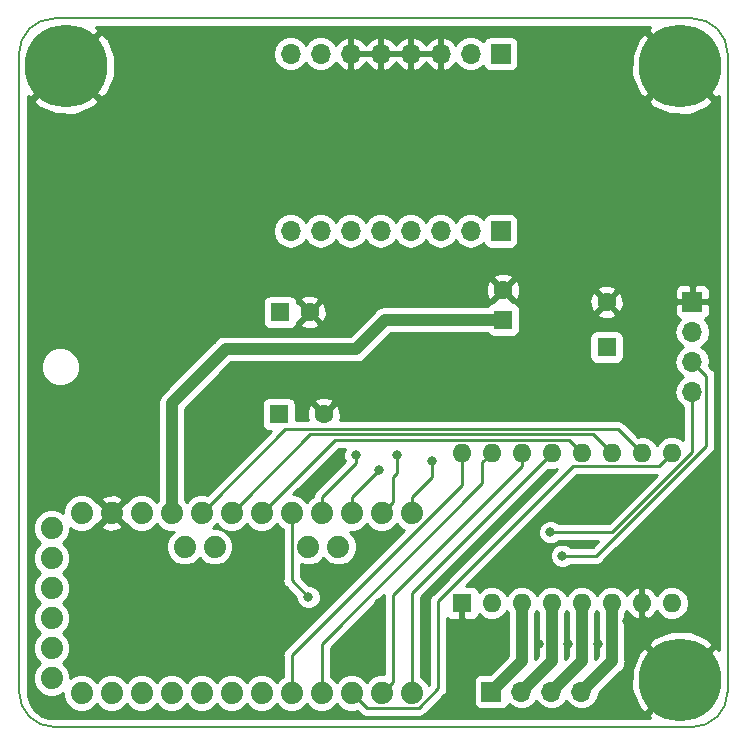
<source format=gbr>
%TF.GenerationSoftware,KiCad,Pcbnew,(5.0.1-3-g963ef8bb5)*%
%TF.CreationDate,2020-02-23T21:28:53+01:00*%
%TF.ProjectId,ethersweep,657468657273776565702E6B69636164,rev?*%
%TF.SameCoordinates,Original*%
%TF.FileFunction,Copper,L2,Bot,Signal*%
%TF.FilePolarity,Positive*%
%FSLAX46Y46*%
G04 Gerber Fmt 4.6, Leading zero omitted, Abs format (unit mm)*
G04 Created by KiCad (PCBNEW (5.0.1-3-g963ef8bb5)) date 2020 February 23, Sunday 21:28:53*
%MOMM*%
%LPD*%
G01*
G04 APERTURE LIST*
%ADD10C,0.150000*%
%ADD11C,0.200000*%
%ADD12O,1.600000X1.600000*%
%ADD13R,1.600000X1.600000*%
%ADD14C,1.879600*%
%ADD15C,1.600000*%
%ADD16C,0.800000*%
%ADD17C,7.000000*%
%ADD18O,1.700000X1.700000*%
%ADD19R,1.700000X1.700000*%
%ADD20C,1.000000*%
%ADD21C,0.250000*%
%ADD22C,0.254000*%
G04 APERTURE END LIST*
D10*
X84500000Y-72500000D02*
G75*
G02X87500000Y-69500000I3000000J0D01*
G01*
X87500000Y-129500000D02*
G75*
G02X84500000Y-126500000I0J3000000D01*
G01*
X144500000Y-126500000D02*
G75*
G02X141500000Y-129500000I-3000000J0D01*
G01*
X141500000Y-69500000D02*
G75*
G02X144500000Y-72500000I0J-3000000D01*
G01*
D11*
X84500000Y-126500000D02*
X84500000Y-72500000D01*
X141500000Y-129500000D02*
X87500000Y-129500000D01*
X144500000Y-72500000D02*
X144500000Y-126500000D01*
X87500000Y-69500000D02*
X141500000Y-69500000D01*
D12*
X122000000Y-106300000D03*
X139780000Y-119000000D03*
X124540000Y-106300000D03*
X137240000Y-119000000D03*
X127080000Y-106300000D03*
X134700000Y-119000000D03*
X129620000Y-106300000D03*
X132160000Y-119000000D03*
X132160000Y-106300000D03*
X129620000Y-119000000D03*
X134700000Y-106300000D03*
X127080000Y-119000000D03*
X137240000Y-106300000D03*
X124540000Y-119000000D03*
X139780000Y-106300000D03*
D13*
X122000000Y-119000000D03*
D14*
X89800000Y-126620000D03*
X92340000Y-126620000D03*
X94880000Y-126620000D03*
X97420000Y-126620000D03*
X99960000Y-126620000D03*
X102500000Y-126620000D03*
X105040000Y-126620000D03*
X107580000Y-126620000D03*
X110120000Y-126620000D03*
X112660000Y-126620000D03*
X115200000Y-126620000D03*
X117740000Y-126620000D03*
X117740000Y-111380000D03*
X115200000Y-111380000D03*
X112660000Y-111380000D03*
X110120000Y-111380000D03*
X107580000Y-111380000D03*
X105040000Y-111380000D03*
X102500000Y-111380000D03*
X99960000Y-111380000D03*
X97420000Y-111380000D03*
X94880000Y-111380000D03*
X92340000Y-111380000D03*
X89800000Y-111380000D03*
X111548750Y-114237500D03*
X109008750Y-114237500D03*
X98531250Y-114237500D03*
X101071250Y-114237500D03*
X87260000Y-125350000D03*
X87260000Y-122810000D03*
X87260000Y-120270000D03*
X87260000Y-117730000D03*
X87260000Y-115190000D03*
X87260000Y-112650000D03*
D15*
X134245001Y-93524999D03*
D13*
X134245001Y-97324999D03*
X106500000Y-103000000D03*
D15*
X110300000Y-103000000D03*
X125500000Y-92500000D03*
D13*
X125500000Y-95000000D03*
X106600001Y-94375001D03*
D15*
X109100001Y-94375001D03*
D16*
X142356155Y-71643845D03*
X140500000Y-70875000D03*
X138643845Y-71643845D03*
X137875000Y-73500000D03*
X138643845Y-75356155D03*
X140500000Y-76125000D03*
X142356155Y-75356155D03*
X143125000Y-73500000D03*
D17*
X140500000Y-73500000D03*
X140500000Y-125500000D03*
D16*
X143125000Y-125500000D03*
X142356155Y-127356155D03*
X140500000Y-128125000D03*
X138643845Y-127356155D03*
X137875000Y-125500000D03*
X138643845Y-123643845D03*
X140500000Y-122875000D03*
X142356155Y-123643845D03*
X90356155Y-71643845D03*
X88500000Y-70875000D03*
X86643845Y-71643845D03*
X85875000Y-73500000D03*
X86643845Y-75356155D03*
X88500000Y-76125000D03*
X90356155Y-75356155D03*
X91125000Y-73500000D03*
D17*
X88500000Y-73500000D03*
D18*
X107500000Y-72500000D03*
X110040000Y-72500000D03*
X112580000Y-72500000D03*
X115120000Y-72500000D03*
X117660000Y-72500000D03*
X120200000Y-72500000D03*
X122740000Y-72500000D03*
D19*
X125280000Y-72500000D03*
X125280000Y-87500000D03*
D18*
X122740000Y-87500000D03*
X120200000Y-87500000D03*
X117660000Y-87500000D03*
X115120000Y-87500000D03*
X112580000Y-87500000D03*
X110040000Y-87500000D03*
X107500000Y-87500000D03*
D19*
X141500000Y-93500000D03*
D18*
X141500000Y-96040000D03*
X141500000Y-98580000D03*
X141500000Y-101120000D03*
X132120000Y-126500000D03*
X129580000Y-126500000D03*
X127040000Y-126500000D03*
D19*
X124500000Y-126500000D03*
D16*
X109000000Y-109500000D03*
X104000000Y-106000000D03*
X113500000Y-123500000D03*
X139000000Y-113500000D03*
X139000000Y-113500000D03*
X139000000Y-113500000D03*
X129500000Y-111500000D03*
X133000000Y-116500000D03*
X135000000Y-109500000D03*
X127000000Y-114000000D03*
X128500000Y-115500000D03*
X124500000Y-122500000D03*
X128500000Y-122500000D03*
X131000000Y-122500000D03*
X133500000Y-122500000D03*
X136500000Y-122500000D03*
X136000000Y-128000000D03*
X121000000Y-128000000D03*
X121000000Y-128000000D03*
X121000000Y-128000000D03*
X121500000Y-125000000D03*
X122000000Y-122500000D03*
X140000000Y-116500000D03*
X140000000Y-116500000D03*
X140000000Y-116500000D03*
X141000000Y-110500000D03*
X98000000Y-118000000D03*
X98000000Y-118000000D03*
X98000000Y-118000000D03*
X90000000Y-116500000D03*
X94000000Y-114000000D03*
X90500000Y-123500000D03*
X98500000Y-124000000D03*
X107000000Y-120500000D03*
X115000000Y-114000000D03*
X104500000Y-114000000D03*
X87000000Y-105500000D03*
X87000000Y-109000000D03*
X95500000Y-101000000D03*
X100000000Y-92500000D03*
X86500000Y-92500000D03*
X96000000Y-92000000D03*
X90500000Y-82000000D03*
X99500000Y-75500000D03*
X101000000Y-86000000D03*
X108500000Y-83500000D03*
X122000000Y-84000000D03*
X111000000Y-75500000D03*
X111000000Y-75500000D03*
X111000000Y-75500000D03*
X115500000Y-75500000D03*
X121500000Y-75500000D03*
X125000000Y-77500000D03*
X132000000Y-73000000D03*
X136000000Y-77500000D03*
X104500000Y-92000000D03*
X100000000Y-104500000D03*
X116500000Y-99000000D03*
X119500000Y-99000000D03*
X120000000Y-92500000D03*
X116500000Y-92500000D03*
X105500000Y-117500000D03*
X119000000Y-119000000D03*
X115000000Y-119000000D03*
X111000000Y-118000000D03*
X127500000Y-99000000D03*
X127500000Y-99000000D03*
X127500000Y-99000000D03*
X129000000Y-90000000D03*
X133000000Y-90500000D03*
X133000000Y-99500000D03*
X137500000Y-104000000D03*
X140500000Y-104000000D03*
X141500000Y-108500000D03*
X135500000Y-117000000D03*
X136000000Y-120500000D03*
X137500000Y-120500000D03*
X130500000Y-115000000D03*
X129500000Y-113000000D03*
X109000000Y-118500000D03*
X119500000Y-107000000D03*
X116500000Y-106500000D03*
X115000000Y-107710923D03*
X113000000Y-106500000D03*
D20*
X123700000Y-95000000D02*
X125500000Y-95000000D01*
X97420000Y-111380000D02*
X97420000Y-102080000D01*
X115500000Y-95000000D02*
X123700000Y-95000000D01*
X102000000Y-97500000D02*
X101000000Y-98500000D01*
X113000000Y-97500000D02*
X102000000Y-97500000D01*
X115500000Y-95000000D02*
X113000000Y-97500000D01*
X97420000Y-102080000D02*
X101000000Y-98500000D01*
X134700000Y-123920000D02*
X134700000Y-119000000D01*
X132120000Y-126500000D02*
X134700000Y-123920000D01*
X132160000Y-123920000D02*
X132160000Y-119000000D01*
X129580000Y-126500000D02*
X132160000Y-123920000D01*
X127080000Y-123920000D02*
X124500000Y-126500000D01*
X127080000Y-119000000D02*
X127080000Y-123920000D01*
D21*
X142349999Y-99429999D02*
X141500000Y-98580000D01*
X142675001Y-99755001D02*
X142349999Y-99429999D01*
X142675001Y-105706411D02*
X142675001Y-99755001D01*
X133381412Y-115000000D02*
X142675001Y-105706411D01*
X130500000Y-115000000D02*
X133381412Y-115000000D01*
X141500000Y-102322081D02*
X141500000Y-101120000D01*
X141500000Y-106245002D02*
X141500000Y-102322081D01*
X134745002Y-113000000D02*
X141500000Y-106245002D01*
X129500000Y-113000000D02*
X134745002Y-113000000D01*
D20*
X129620000Y-123920000D02*
X129620000Y-119000000D01*
X127040000Y-126500000D02*
X129620000Y-123920000D01*
D21*
X107580000Y-123411906D02*
X120500000Y-110491906D01*
X107580000Y-126620000D02*
X107580000Y-123411906D01*
X120500000Y-110491906D02*
X120508094Y-110491906D01*
X122000000Y-109000000D02*
X122000000Y-106300000D01*
X120508094Y-110491906D02*
X122000000Y-109000000D01*
X123740001Y-107099999D02*
X123740001Y-108759999D01*
X123740001Y-108879999D02*
X110120000Y-122500000D01*
X123740001Y-107099999D02*
X123740001Y-108879999D01*
X124540000Y-106300000D02*
X123740001Y-107099999D01*
X110120000Y-126620000D02*
X110120000Y-122500000D01*
X127011370Y-107500000D02*
X127080000Y-107431370D01*
X127000000Y-107500000D02*
X127011370Y-107500000D01*
X116139799Y-118360201D02*
X127000000Y-107500000D01*
X116139799Y-125680201D02*
X116139799Y-118360201D01*
X127080000Y-107431370D02*
X127080000Y-106300000D01*
X115200000Y-126620000D02*
X116139799Y-125680201D01*
X117740000Y-118180000D02*
X129620000Y-106300000D01*
X117740000Y-126620000D02*
X117740000Y-118180000D01*
X105979799Y-110440201D02*
X105040000Y-111380000D01*
X111245001Y-105174999D02*
X105979799Y-110440201D01*
X131034999Y-105174999D02*
X111245001Y-105174999D01*
X132160000Y-106300000D02*
X131034999Y-105174999D01*
X103439799Y-110440201D02*
X102500000Y-111380000D01*
X109155010Y-104724990D02*
X103439799Y-110440201D01*
X133124990Y-104724990D02*
X109155010Y-104724990D01*
X134700000Y-106300000D02*
X133124990Y-104724990D01*
X100899799Y-110440201D02*
X99960000Y-111380000D01*
X107065019Y-104274981D02*
X100899799Y-110440201D01*
X135214981Y-104274981D02*
X107065019Y-104274981D01*
X137240000Y-106300000D02*
X135214981Y-104274981D01*
X107580000Y-111380000D02*
X107580000Y-117080000D01*
X107580000Y-117080000D02*
X109000000Y-118500000D01*
X109000000Y-118500000D02*
X109000000Y-118500000D01*
X131389997Y-107425001D02*
X120000000Y-118814998D01*
X138654999Y-107425001D02*
X131389997Y-107425001D01*
X139780000Y-106300000D02*
X138654999Y-107425001D01*
X113599799Y-127559799D02*
X112660000Y-126620000D01*
X113924801Y-127884801D02*
X113599799Y-127559799D01*
X118347105Y-127884801D02*
X113924801Y-127884801D01*
X120000000Y-126231906D02*
X118347105Y-127884801D01*
X120000000Y-118814998D02*
X120000000Y-126231906D01*
X117740000Y-110050923D02*
X119500000Y-108290923D01*
X117740000Y-111380000D02*
X117740000Y-110050923D01*
X119500000Y-108290923D02*
X119500000Y-107000000D01*
X119500000Y-107000000D02*
X119500000Y-107000000D01*
X116139799Y-110440201D02*
X116139799Y-108360201D01*
X115200000Y-111380000D02*
X116139799Y-110440201D01*
X116500000Y-108000000D02*
X116500000Y-106500000D01*
X116139799Y-108360201D02*
X116500000Y-108000000D01*
X112660000Y-110050923D02*
X115000000Y-107710923D01*
X112660000Y-111380000D02*
X112660000Y-110050923D01*
X115000000Y-107710923D02*
X115000000Y-107710923D01*
X110120000Y-110050923D02*
X113000000Y-107170923D01*
X110120000Y-111380000D02*
X110120000Y-110050923D01*
X113000000Y-107170923D02*
X113000000Y-106500000D01*
X113000000Y-106500000D02*
X113000000Y-106500000D01*
D22*
G36*
X137722293Y-70542688D02*
X140500000Y-73320395D01*
X140514143Y-73306253D01*
X140693748Y-73485858D01*
X140679605Y-73500000D01*
X143457312Y-76277707D01*
X143765000Y-76041969D01*
X143765001Y-122958032D01*
X143457312Y-122722293D01*
X140679605Y-125500000D01*
X140693748Y-125514143D01*
X140514143Y-125693748D01*
X140500000Y-125679605D01*
X137722293Y-128457312D01*
X137958031Y-128765000D01*
X87427612Y-128765000D01*
X87390365Y-128772409D01*
X86974292Y-128723900D01*
X86476788Y-128543315D01*
X86034166Y-128253118D01*
X85670177Y-127868884D01*
X85404342Y-127411216D01*
X85248108Y-126895371D01*
X85224150Y-126626933D01*
X85235000Y-126572388D01*
X85235000Y-112336753D01*
X85685200Y-112336753D01*
X85685200Y-112963247D01*
X85924949Y-113542052D01*
X86302897Y-113920000D01*
X85924949Y-114297948D01*
X85685200Y-114876753D01*
X85685200Y-115503247D01*
X85924949Y-116082052D01*
X86302897Y-116460000D01*
X85924949Y-116837948D01*
X85685200Y-117416753D01*
X85685200Y-118043247D01*
X85924949Y-118622052D01*
X86302897Y-119000000D01*
X85924949Y-119377948D01*
X85685200Y-119956753D01*
X85685200Y-120583247D01*
X85924949Y-121162052D01*
X86302897Y-121540000D01*
X85924949Y-121917948D01*
X85685200Y-122496753D01*
X85685200Y-123123247D01*
X85924949Y-123702052D01*
X86302897Y-124080000D01*
X85924949Y-124457948D01*
X85685200Y-125036753D01*
X85685200Y-125663247D01*
X85924949Y-126242052D01*
X86367948Y-126685051D01*
X86946753Y-126924800D01*
X87573247Y-126924800D01*
X88152052Y-126685051D01*
X88225200Y-126611903D01*
X88225200Y-126933247D01*
X88464949Y-127512052D01*
X88907948Y-127955051D01*
X89486753Y-128194800D01*
X90113247Y-128194800D01*
X90692052Y-127955051D01*
X91070000Y-127577103D01*
X91447948Y-127955051D01*
X92026753Y-128194800D01*
X92653247Y-128194800D01*
X93232052Y-127955051D01*
X93610000Y-127577103D01*
X93987948Y-127955051D01*
X94566753Y-128194800D01*
X95193247Y-128194800D01*
X95772052Y-127955051D01*
X96150000Y-127577103D01*
X96527948Y-127955051D01*
X97106753Y-128194800D01*
X97733247Y-128194800D01*
X98312052Y-127955051D01*
X98690000Y-127577103D01*
X99067948Y-127955051D01*
X99646753Y-128194800D01*
X100273247Y-128194800D01*
X100852052Y-127955051D01*
X101230000Y-127577103D01*
X101607948Y-127955051D01*
X102186753Y-128194800D01*
X102813247Y-128194800D01*
X103392052Y-127955051D01*
X103770000Y-127577103D01*
X104147948Y-127955051D01*
X104726753Y-128194800D01*
X105353247Y-128194800D01*
X105932052Y-127955051D01*
X106310000Y-127577103D01*
X106687948Y-127955051D01*
X107266753Y-128194800D01*
X107893247Y-128194800D01*
X108472052Y-127955051D01*
X108850000Y-127577103D01*
X109227948Y-127955051D01*
X109806753Y-128194800D01*
X110433247Y-128194800D01*
X111012052Y-127955051D01*
X111390000Y-127577103D01*
X111767948Y-127955051D01*
X112346753Y-128194800D01*
X112973247Y-128194800D01*
X113105299Y-128140102D01*
X113115325Y-128150128D01*
X113115331Y-128150132D01*
X113334470Y-128369271D01*
X113376872Y-128432730D01*
X113628264Y-128600705D01*
X113849949Y-128644801D01*
X113849953Y-128644801D01*
X113924800Y-128659689D01*
X113999647Y-128644801D01*
X118272258Y-128644801D01*
X118347105Y-128659689D01*
X118421952Y-128644801D01*
X118421957Y-128644801D01*
X118643642Y-128600705D01*
X118895034Y-128432730D01*
X118937436Y-128369271D01*
X120484473Y-126822235D01*
X120547929Y-126779835D01*
X120715904Y-126528443D01*
X120760000Y-126306758D01*
X120760000Y-126306753D01*
X120774888Y-126231906D01*
X120760000Y-126157058D01*
X120760000Y-120258026D01*
X120840301Y-120338327D01*
X121073690Y-120435000D01*
X121714250Y-120435000D01*
X121873000Y-120276250D01*
X121873000Y-119127000D01*
X121853000Y-119127000D01*
X121853000Y-118873000D01*
X121873000Y-118873000D01*
X121873000Y-118853000D01*
X122127000Y-118853000D01*
X122127000Y-118873000D01*
X122147000Y-118873000D01*
X122147000Y-119127000D01*
X122127000Y-119127000D01*
X122127000Y-120276250D01*
X122285750Y-120435000D01*
X122926310Y-120435000D01*
X123159699Y-120338327D01*
X123338327Y-120159698D01*
X123434265Y-119928082D01*
X123505423Y-120034577D01*
X123980091Y-120351740D01*
X124398667Y-120435000D01*
X124681333Y-120435000D01*
X125099909Y-120351740D01*
X125574577Y-120034577D01*
X125810000Y-119682242D01*
X125945000Y-119884284D01*
X125945001Y-123449867D01*
X124392309Y-125002560D01*
X123650000Y-125002560D01*
X123402235Y-125051843D01*
X123192191Y-125192191D01*
X123051843Y-125402235D01*
X123002560Y-125650000D01*
X123002560Y-127350000D01*
X123051843Y-127597765D01*
X123192191Y-127807809D01*
X123402235Y-127948157D01*
X123650000Y-127997440D01*
X125350000Y-127997440D01*
X125597765Y-127948157D01*
X125807809Y-127807809D01*
X125948157Y-127597765D01*
X125957184Y-127552381D01*
X125969375Y-127570625D01*
X126460582Y-127898839D01*
X126893744Y-127985000D01*
X127186256Y-127985000D01*
X127619418Y-127898839D01*
X128110625Y-127570625D01*
X128310000Y-127272239D01*
X128509375Y-127570625D01*
X129000582Y-127898839D01*
X129433744Y-127985000D01*
X129726256Y-127985000D01*
X130159418Y-127898839D01*
X130650625Y-127570625D01*
X130850000Y-127272239D01*
X131049375Y-127570625D01*
X131540582Y-127898839D01*
X131973744Y-127985000D01*
X132266256Y-127985000D01*
X132699418Y-127898839D01*
X133190625Y-127570625D01*
X133518839Y-127079418D01*
X133611487Y-126613644D01*
X133940465Y-126284666D01*
X136357654Y-126284666D01*
X136973250Y-127810145D01*
X137016076Y-127874238D01*
X137542688Y-128277707D01*
X140320395Y-125500000D01*
X137542688Y-122722293D01*
X137016076Y-123125762D01*
X136372693Y-124639730D01*
X136357654Y-126284666D01*
X133940465Y-126284666D01*
X135423521Y-124801610D01*
X135518289Y-124738289D01*
X135769146Y-124362855D01*
X135835000Y-124031783D01*
X135835000Y-124031782D01*
X135857235Y-123920000D01*
X135835000Y-123808217D01*
X135835000Y-122542688D01*
X137722293Y-122542688D01*
X140500000Y-125320395D01*
X143277707Y-122542688D01*
X142874238Y-122016076D01*
X141360270Y-121372693D01*
X139715334Y-121357654D01*
X138189855Y-121973250D01*
X138125762Y-122016076D01*
X137722293Y-122542688D01*
X135835000Y-122542688D01*
X135835000Y-119884283D01*
X135990947Y-119650892D01*
X136087611Y-119855134D01*
X136502577Y-120231041D01*
X136890961Y-120391904D01*
X137113000Y-120269915D01*
X137113000Y-119127000D01*
X137093000Y-119127000D01*
X137093000Y-118873000D01*
X137113000Y-118873000D01*
X137113000Y-117730085D01*
X137367000Y-117730085D01*
X137367000Y-118873000D01*
X137387000Y-118873000D01*
X137387000Y-119127000D01*
X137367000Y-119127000D01*
X137367000Y-120269915D01*
X137589039Y-120391904D01*
X137977423Y-120231041D01*
X138392389Y-119855134D01*
X138489053Y-119650892D01*
X138745423Y-120034577D01*
X139220091Y-120351740D01*
X139638667Y-120435000D01*
X139921333Y-120435000D01*
X140339909Y-120351740D01*
X140814577Y-120034577D01*
X141131740Y-119559909D01*
X141243113Y-119000000D01*
X141131740Y-118440091D01*
X140814577Y-117965423D01*
X140339909Y-117648260D01*
X139921333Y-117565000D01*
X139638667Y-117565000D01*
X139220091Y-117648260D01*
X138745423Y-117965423D01*
X138489053Y-118349108D01*
X138392389Y-118144866D01*
X137977423Y-117768959D01*
X137589039Y-117608096D01*
X137367000Y-117730085D01*
X137113000Y-117730085D01*
X136890961Y-117608096D01*
X136502577Y-117768959D01*
X136087611Y-118144866D01*
X135990947Y-118349108D01*
X135734577Y-117965423D01*
X135259909Y-117648260D01*
X134841333Y-117565000D01*
X134558667Y-117565000D01*
X134140091Y-117648260D01*
X133665423Y-117965423D01*
X133430000Y-118317758D01*
X133194577Y-117965423D01*
X132719909Y-117648260D01*
X132301333Y-117565000D01*
X132018667Y-117565000D01*
X131600091Y-117648260D01*
X131125423Y-117965423D01*
X130890000Y-118317758D01*
X130654577Y-117965423D01*
X130179909Y-117648260D01*
X129761333Y-117565000D01*
X129478667Y-117565000D01*
X129060091Y-117648260D01*
X128585423Y-117965423D01*
X128350000Y-118317758D01*
X128114577Y-117965423D01*
X127639909Y-117648260D01*
X127221333Y-117565000D01*
X126938667Y-117565000D01*
X126520091Y-117648260D01*
X126045423Y-117965423D01*
X125810000Y-118317758D01*
X125574577Y-117965423D01*
X125099909Y-117648260D01*
X124681333Y-117565000D01*
X124398667Y-117565000D01*
X123980091Y-117648260D01*
X123505423Y-117965423D01*
X123434265Y-118071918D01*
X123338327Y-117840302D01*
X123159699Y-117661673D01*
X122926310Y-117565000D01*
X122324799Y-117565000D01*
X131704799Y-108185001D01*
X138485199Y-108185001D01*
X134430201Y-112240000D01*
X130203711Y-112240000D01*
X130086280Y-112122569D01*
X129705874Y-111965000D01*
X129294126Y-111965000D01*
X128913720Y-112122569D01*
X128622569Y-112413720D01*
X128465000Y-112794126D01*
X128465000Y-113205874D01*
X128622569Y-113586280D01*
X128913720Y-113877431D01*
X129294126Y-114035000D01*
X129705874Y-114035000D01*
X130086280Y-113877431D01*
X130203711Y-113760000D01*
X133546611Y-113760000D01*
X133066611Y-114240000D01*
X131203711Y-114240000D01*
X131086280Y-114122569D01*
X130705874Y-113965000D01*
X130294126Y-113965000D01*
X129913720Y-114122569D01*
X129622569Y-114413720D01*
X129465000Y-114794126D01*
X129465000Y-115205874D01*
X129622569Y-115586280D01*
X129913720Y-115877431D01*
X130294126Y-116035000D01*
X130705874Y-116035000D01*
X131086280Y-115877431D01*
X131203711Y-115760000D01*
X133306565Y-115760000D01*
X133381412Y-115774888D01*
X133456259Y-115760000D01*
X133456264Y-115760000D01*
X133677949Y-115715904D01*
X133929341Y-115547929D01*
X133971743Y-115484470D01*
X143159474Y-106296740D01*
X143222930Y-106254340D01*
X143390905Y-106002948D01*
X143435001Y-105781263D01*
X143435001Y-105781259D01*
X143449889Y-105706411D01*
X143435001Y-105631563D01*
X143435001Y-99829847D01*
X143449889Y-99755000D01*
X143435001Y-99680153D01*
X143435001Y-99680149D01*
X143390905Y-99458464D01*
X143222930Y-99207072D01*
X143159471Y-99164670D01*
X142941209Y-98946408D01*
X143014092Y-98580000D01*
X142898839Y-98000582D01*
X142570625Y-97509375D01*
X142272239Y-97310000D01*
X142570625Y-97110625D01*
X142898839Y-96619418D01*
X143014092Y-96040000D01*
X142898839Y-95460582D01*
X142570625Y-94969375D01*
X142548967Y-94954904D01*
X142709698Y-94888327D01*
X142888327Y-94709699D01*
X142985000Y-94476310D01*
X142985000Y-93785750D01*
X142826250Y-93627000D01*
X141627000Y-93627000D01*
X141627000Y-93647000D01*
X141373000Y-93647000D01*
X141373000Y-93627000D01*
X140173750Y-93627000D01*
X140015000Y-93785750D01*
X140015000Y-94476310D01*
X140111673Y-94709699D01*
X140290302Y-94888327D01*
X140451033Y-94954904D01*
X140429375Y-94969375D01*
X140101161Y-95460582D01*
X139985908Y-96040000D01*
X140101161Y-96619418D01*
X140429375Y-97110625D01*
X140727761Y-97310000D01*
X140429375Y-97509375D01*
X140101161Y-98000582D01*
X139985908Y-98580000D01*
X140101161Y-99159418D01*
X140429375Y-99650625D01*
X140727761Y-99850000D01*
X140429375Y-100049375D01*
X140101161Y-100540582D01*
X139985908Y-101120000D01*
X140101161Y-101699418D01*
X140429375Y-102190625D01*
X140740001Y-102398179D01*
X140740000Y-105215592D01*
X140339909Y-104948260D01*
X139921333Y-104865000D01*
X139638667Y-104865000D01*
X139220091Y-104948260D01*
X138745423Y-105265423D01*
X138510000Y-105617758D01*
X138274577Y-105265423D01*
X137799909Y-104948260D01*
X137381333Y-104865000D01*
X137098667Y-104865000D01*
X136916114Y-104901312D01*
X135805312Y-103790511D01*
X135762910Y-103727052D01*
X135511518Y-103559077D01*
X135289833Y-103514981D01*
X135289828Y-103514981D01*
X135214981Y-103500093D01*
X135140134Y-103514981D01*
X111639779Y-103514981D01*
X111746965Y-103216777D01*
X111719778Y-102646546D01*
X111553864Y-102245995D01*
X111307745Y-102171861D01*
X110479605Y-103000000D01*
X110493748Y-103014142D01*
X110314143Y-103193748D01*
X110300000Y-103179605D01*
X110285858Y-103193748D01*
X110106252Y-103014142D01*
X110120395Y-103000000D01*
X109292255Y-102171861D01*
X109046136Y-102245995D01*
X108853035Y-102783223D01*
X108880222Y-103353454D01*
X108947129Y-103514981D01*
X107947440Y-103514981D01*
X107947440Y-102200000D01*
X107906118Y-101992255D01*
X109471861Y-101992255D01*
X110300000Y-102820395D01*
X111128139Y-101992255D01*
X111054005Y-101746136D01*
X110516777Y-101553035D01*
X109946546Y-101580222D01*
X109545995Y-101746136D01*
X109471861Y-101992255D01*
X107906118Y-101992255D01*
X107898157Y-101952235D01*
X107757809Y-101742191D01*
X107547765Y-101601843D01*
X107300000Y-101552560D01*
X105700000Y-101552560D01*
X105452235Y-101601843D01*
X105242191Y-101742191D01*
X105101843Y-101952235D01*
X105052560Y-102200000D01*
X105052560Y-103800000D01*
X105101843Y-104047765D01*
X105242191Y-104257809D01*
X105452235Y-104398157D01*
X105700000Y-104447440D01*
X105817758Y-104447440D01*
X100415331Y-109849868D01*
X100415325Y-109849872D01*
X100405299Y-109859898D01*
X100273247Y-109805200D01*
X99646753Y-109805200D01*
X99067948Y-110044949D01*
X98690000Y-110422897D01*
X98555000Y-110287897D01*
X98555000Y-102550131D01*
X101881609Y-99223524D01*
X101881612Y-99223519D01*
X102470132Y-98635000D01*
X112888217Y-98635000D01*
X113000000Y-98657235D01*
X113111783Y-98635000D01*
X113442855Y-98569146D01*
X113818289Y-98318289D01*
X113881613Y-98223518D01*
X115580132Y-96524999D01*
X132797561Y-96524999D01*
X132797561Y-98124999D01*
X132846844Y-98372764D01*
X132987192Y-98582808D01*
X133197236Y-98723156D01*
X133445001Y-98772439D01*
X135045001Y-98772439D01*
X135292766Y-98723156D01*
X135502810Y-98582808D01*
X135643158Y-98372764D01*
X135692441Y-98124999D01*
X135692441Y-96524999D01*
X135643158Y-96277234D01*
X135502810Y-96067190D01*
X135292766Y-95926842D01*
X135045001Y-95877559D01*
X133445001Y-95877559D01*
X133197236Y-95926842D01*
X132987192Y-96067190D01*
X132846844Y-96277234D01*
X132797561Y-96524999D01*
X115580132Y-96524999D01*
X115970132Y-96135000D01*
X124160132Y-96135000D01*
X124242191Y-96257809D01*
X124452235Y-96398157D01*
X124700000Y-96447440D01*
X126300000Y-96447440D01*
X126547765Y-96398157D01*
X126757809Y-96257809D01*
X126898157Y-96047765D01*
X126947440Y-95800000D01*
X126947440Y-94532744D01*
X133416862Y-94532744D01*
X133490996Y-94778863D01*
X134028224Y-94971964D01*
X134598455Y-94944777D01*
X134999006Y-94778863D01*
X135073140Y-94532744D01*
X134245001Y-93704604D01*
X133416862Y-94532744D01*
X126947440Y-94532744D01*
X126947440Y-94200000D01*
X126898157Y-93952235D01*
X126757809Y-93742191D01*
X126547765Y-93601843D01*
X126313813Y-93555307D01*
X126328139Y-93507745D01*
X125500000Y-92679605D01*
X124671861Y-93507745D01*
X124686187Y-93555307D01*
X124452235Y-93601843D01*
X124242191Y-93742191D01*
X124160132Y-93865000D01*
X115611783Y-93865000D01*
X115500000Y-93842765D01*
X115388217Y-93865000D01*
X115057145Y-93930854D01*
X114681711Y-94181711D01*
X114618389Y-94276479D01*
X112529869Y-96365000D01*
X102111783Y-96365000D01*
X102000000Y-96342765D01*
X101888217Y-96365000D01*
X101557145Y-96430854D01*
X101181711Y-96681711D01*
X101118391Y-96776477D01*
X100276481Y-97618388D01*
X100276476Y-97618391D01*
X96696480Y-101198389D01*
X96601712Y-101261711D01*
X96416085Y-101539522D01*
X96350854Y-101637146D01*
X96262765Y-102080000D01*
X96285001Y-102191788D01*
X96285000Y-110287897D01*
X96150000Y-110422897D01*
X95772052Y-110044949D01*
X95193247Y-109805200D01*
X94566753Y-109805200D01*
X93987948Y-110044949D01*
X93547683Y-110485214D01*
X93448968Y-110450637D01*
X92519605Y-111380000D01*
X93448968Y-112309363D01*
X93547683Y-112274786D01*
X93987948Y-112715051D01*
X94566753Y-112954800D01*
X95193247Y-112954800D01*
X95772052Y-112715051D01*
X96150000Y-112337103D01*
X96527948Y-112715051D01*
X97106753Y-112954800D01*
X97586847Y-112954800D01*
X97196199Y-113345448D01*
X96956450Y-113924253D01*
X96956450Y-114550747D01*
X97196199Y-115129552D01*
X97639198Y-115572551D01*
X98218003Y-115812300D01*
X98844497Y-115812300D01*
X99423302Y-115572551D01*
X99801250Y-115194603D01*
X100179198Y-115572551D01*
X100758003Y-115812300D01*
X101384497Y-115812300D01*
X101963302Y-115572551D01*
X102406301Y-115129552D01*
X102646050Y-114550747D01*
X102646050Y-113924253D01*
X102406301Y-113345448D01*
X101963302Y-112902449D01*
X101384497Y-112662700D01*
X100904403Y-112662700D01*
X101230000Y-112337103D01*
X101607948Y-112715051D01*
X102186753Y-112954800D01*
X102813247Y-112954800D01*
X103392052Y-112715051D01*
X103770000Y-112337103D01*
X104147948Y-112715051D01*
X104726753Y-112954800D01*
X105353247Y-112954800D01*
X105932052Y-112715051D01*
X106310000Y-112337103D01*
X106687948Y-112715051D01*
X106820000Y-112769749D01*
X106820001Y-117005148D01*
X106805112Y-117080000D01*
X106864097Y-117376537D01*
X106890969Y-117416753D01*
X107032072Y-117627929D01*
X107095528Y-117670329D01*
X107965000Y-118539802D01*
X107965000Y-118705874D01*
X108122569Y-119086280D01*
X108413720Y-119377431D01*
X108794126Y-119535000D01*
X109205874Y-119535000D01*
X109586280Y-119377431D01*
X109877431Y-119086280D01*
X110035000Y-118705874D01*
X110035000Y-118294126D01*
X109877431Y-117913720D01*
X109586280Y-117622569D01*
X109205874Y-117465000D01*
X109039802Y-117465000D01*
X108340000Y-116765199D01*
X108340000Y-115665046D01*
X108695503Y-115812300D01*
X109321997Y-115812300D01*
X109900802Y-115572551D01*
X110278750Y-115194603D01*
X110656698Y-115572551D01*
X111235503Y-115812300D01*
X111861997Y-115812300D01*
X112440802Y-115572551D01*
X112883801Y-115129552D01*
X113123550Y-114550747D01*
X113123550Y-113924253D01*
X112883801Y-113345448D01*
X112493153Y-112954800D01*
X112973247Y-112954800D01*
X113552052Y-112715051D01*
X113930000Y-112337103D01*
X114307948Y-112715051D01*
X114886753Y-112954800D01*
X115513247Y-112954800D01*
X116092052Y-112715051D01*
X116470000Y-112337103D01*
X116847948Y-112715051D01*
X117098338Y-112818766D01*
X107095528Y-122821577D01*
X107032072Y-122863977D01*
X106864097Y-123115369D01*
X106844100Y-123215903D01*
X106805112Y-123411906D01*
X106820001Y-123486758D01*
X106820000Y-125230251D01*
X106687948Y-125284949D01*
X106310000Y-125662897D01*
X105932052Y-125284949D01*
X105353247Y-125045200D01*
X104726753Y-125045200D01*
X104147948Y-125284949D01*
X103770000Y-125662897D01*
X103392052Y-125284949D01*
X102813247Y-125045200D01*
X102186753Y-125045200D01*
X101607948Y-125284949D01*
X101230000Y-125662897D01*
X100852052Y-125284949D01*
X100273247Y-125045200D01*
X99646753Y-125045200D01*
X99067948Y-125284949D01*
X98690000Y-125662897D01*
X98312052Y-125284949D01*
X97733247Y-125045200D01*
X97106753Y-125045200D01*
X96527948Y-125284949D01*
X96150000Y-125662897D01*
X95772052Y-125284949D01*
X95193247Y-125045200D01*
X94566753Y-125045200D01*
X93987948Y-125284949D01*
X93610000Y-125662897D01*
X93232052Y-125284949D01*
X92653247Y-125045200D01*
X92026753Y-125045200D01*
X91447948Y-125284949D01*
X91070000Y-125662897D01*
X90692052Y-125284949D01*
X90113247Y-125045200D01*
X89486753Y-125045200D01*
X88907948Y-125284949D01*
X88834800Y-125358097D01*
X88834800Y-125036753D01*
X88595051Y-124457948D01*
X88217103Y-124080000D01*
X88595051Y-123702052D01*
X88834800Y-123123247D01*
X88834800Y-122496753D01*
X88595051Y-121917948D01*
X88217103Y-121540000D01*
X88595051Y-121162052D01*
X88834800Y-120583247D01*
X88834800Y-119956753D01*
X88595051Y-119377948D01*
X88217103Y-119000000D01*
X88595051Y-118622052D01*
X88834800Y-118043247D01*
X88834800Y-117416753D01*
X88595051Y-116837948D01*
X88217103Y-116460000D01*
X88595051Y-116082052D01*
X88834800Y-115503247D01*
X88834800Y-114876753D01*
X88595051Y-114297948D01*
X88217103Y-113920000D01*
X88595051Y-113542052D01*
X88834800Y-112963247D01*
X88834800Y-112641903D01*
X88907948Y-112715051D01*
X89486753Y-112954800D01*
X90113247Y-112954800D01*
X90692052Y-112715051D01*
X90918135Y-112488968D01*
X91410637Y-112488968D01*
X91501923Y-112749580D01*
X92089833Y-112966045D01*
X92715828Y-112941049D01*
X93178077Y-112749580D01*
X93269363Y-112488968D01*
X92340000Y-111559605D01*
X91410637Y-112488968D01*
X90918135Y-112488968D01*
X91132317Y-112274786D01*
X91231032Y-112309363D01*
X92160395Y-111380000D01*
X91231032Y-110450637D01*
X91132317Y-110485214D01*
X90918135Y-110271032D01*
X91410637Y-110271032D01*
X92340000Y-111200395D01*
X93269363Y-110271032D01*
X93178077Y-110010420D01*
X92590167Y-109793955D01*
X91964172Y-109818951D01*
X91501923Y-110010420D01*
X91410637Y-110271032D01*
X90918135Y-110271032D01*
X90692052Y-110044949D01*
X90113247Y-109805200D01*
X89486753Y-109805200D01*
X88907948Y-110044949D01*
X88464949Y-110487948D01*
X88225200Y-111066753D01*
X88225200Y-111388097D01*
X88152052Y-111314949D01*
X87573247Y-111075200D01*
X86946753Y-111075200D01*
X86367948Y-111314949D01*
X85924949Y-111757948D01*
X85685200Y-112336753D01*
X85235000Y-112336753D01*
X85235000Y-98674778D01*
X86365000Y-98674778D01*
X86365000Y-99325222D01*
X86613914Y-99926153D01*
X87073847Y-100386086D01*
X87674778Y-100635000D01*
X88325222Y-100635000D01*
X88926153Y-100386086D01*
X89386086Y-99926153D01*
X89635000Y-99325222D01*
X89635000Y-98674778D01*
X89386086Y-98073847D01*
X88926153Y-97613914D01*
X88325222Y-97365000D01*
X87674778Y-97365000D01*
X87073847Y-97613914D01*
X86613914Y-98073847D01*
X86365000Y-98674778D01*
X85235000Y-98674778D01*
X85235000Y-93575001D01*
X105152561Y-93575001D01*
X105152561Y-95175001D01*
X105201844Y-95422766D01*
X105342192Y-95632810D01*
X105552236Y-95773158D01*
X105800001Y-95822441D01*
X107400001Y-95822441D01*
X107647766Y-95773158D01*
X107857810Y-95632810D01*
X107998158Y-95422766D01*
X108006118Y-95382746D01*
X108271862Y-95382746D01*
X108345996Y-95628865D01*
X108883224Y-95821966D01*
X109453455Y-95794779D01*
X109854006Y-95628865D01*
X109928140Y-95382746D01*
X109100001Y-94554606D01*
X108271862Y-95382746D01*
X108006118Y-95382746D01*
X108044694Y-95188814D01*
X108092256Y-95203140D01*
X108920396Y-94375001D01*
X109279606Y-94375001D01*
X110107746Y-95203140D01*
X110353865Y-95129006D01*
X110546966Y-94591778D01*
X110519779Y-94021547D01*
X110353865Y-93620996D01*
X110107746Y-93546862D01*
X109279606Y-94375001D01*
X108920396Y-94375001D01*
X108092256Y-93546862D01*
X108044694Y-93561188D01*
X108006119Y-93367256D01*
X108271862Y-93367256D01*
X109100001Y-94195396D01*
X109928140Y-93367256D01*
X109854006Y-93121137D01*
X109316778Y-92928036D01*
X108746547Y-92955223D01*
X108345996Y-93121137D01*
X108271862Y-93367256D01*
X108006119Y-93367256D01*
X107998158Y-93327236D01*
X107857810Y-93117192D01*
X107647766Y-92976844D01*
X107400001Y-92927561D01*
X105800001Y-92927561D01*
X105552236Y-92976844D01*
X105342192Y-93117192D01*
X105201844Y-93327236D01*
X105152561Y-93575001D01*
X85235000Y-93575001D01*
X85235000Y-92283223D01*
X124053035Y-92283223D01*
X124080222Y-92853454D01*
X124246136Y-93254005D01*
X124492255Y-93328139D01*
X125320395Y-92500000D01*
X125679605Y-92500000D01*
X126507745Y-93328139D01*
X126573867Y-93308222D01*
X132798036Y-93308222D01*
X132825223Y-93878453D01*
X132991137Y-94279004D01*
X133237256Y-94353138D01*
X134065396Y-93524999D01*
X134424606Y-93524999D01*
X135252746Y-94353138D01*
X135498865Y-94279004D01*
X135691966Y-93741776D01*
X135664779Y-93171545D01*
X135498865Y-92770994D01*
X135252746Y-92696860D01*
X134424606Y-93524999D01*
X134065396Y-93524999D01*
X133237256Y-92696860D01*
X132991137Y-92770994D01*
X132798036Y-93308222D01*
X126573867Y-93308222D01*
X126753864Y-93254005D01*
X126946965Y-92716777D01*
X126937453Y-92517254D01*
X133416862Y-92517254D01*
X134245001Y-93345394D01*
X135066704Y-92523690D01*
X140015000Y-92523690D01*
X140015000Y-93214250D01*
X140173750Y-93373000D01*
X141373000Y-93373000D01*
X141373000Y-92173750D01*
X141627000Y-92173750D01*
X141627000Y-93373000D01*
X142826250Y-93373000D01*
X142985000Y-93214250D01*
X142985000Y-92523690D01*
X142888327Y-92290301D01*
X142709698Y-92111673D01*
X142476309Y-92015000D01*
X141785750Y-92015000D01*
X141627000Y-92173750D01*
X141373000Y-92173750D01*
X141214250Y-92015000D01*
X140523691Y-92015000D01*
X140290302Y-92111673D01*
X140111673Y-92290301D01*
X140015000Y-92523690D01*
X135066704Y-92523690D01*
X135073140Y-92517254D01*
X134999006Y-92271135D01*
X134461778Y-92078034D01*
X133891547Y-92105221D01*
X133490996Y-92271135D01*
X133416862Y-92517254D01*
X126937453Y-92517254D01*
X126919778Y-92146546D01*
X126753864Y-91745995D01*
X126507745Y-91671861D01*
X125679605Y-92500000D01*
X125320395Y-92500000D01*
X124492255Y-91671861D01*
X124246136Y-91745995D01*
X124053035Y-92283223D01*
X85235000Y-92283223D01*
X85235000Y-91492255D01*
X124671861Y-91492255D01*
X125500000Y-92320395D01*
X126328139Y-91492255D01*
X126254005Y-91246136D01*
X125716777Y-91053035D01*
X125146546Y-91080222D01*
X124745995Y-91246136D01*
X124671861Y-91492255D01*
X85235000Y-91492255D01*
X85235000Y-87500000D01*
X105985908Y-87500000D01*
X106101161Y-88079418D01*
X106429375Y-88570625D01*
X106920582Y-88898839D01*
X107353744Y-88985000D01*
X107646256Y-88985000D01*
X108079418Y-88898839D01*
X108570625Y-88570625D01*
X108770000Y-88272239D01*
X108969375Y-88570625D01*
X109460582Y-88898839D01*
X109893744Y-88985000D01*
X110186256Y-88985000D01*
X110619418Y-88898839D01*
X111110625Y-88570625D01*
X111310000Y-88272239D01*
X111509375Y-88570625D01*
X112000582Y-88898839D01*
X112433744Y-88985000D01*
X112726256Y-88985000D01*
X113159418Y-88898839D01*
X113650625Y-88570625D01*
X113850000Y-88272239D01*
X114049375Y-88570625D01*
X114540582Y-88898839D01*
X114973744Y-88985000D01*
X115266256Y-88985000D01*
X115699418Y-88898839D01*
X116190625Y-88570625D01*
X116390000Y-88272239D01*
X116589375Y-88570625D01*
X117080582Y-88898839D01*
X117513744Y-88985000D01*
X117806256Y-88985000D01*
X118239418Y-88898839D01*
X118730625Y-88570625D01*
X118930000Y-88272239D01*
X119129375Y-88570625D01*
X119620582Y-88898839D01*
X120053744Y-88985000D01*
X120346256Y-88985000D01*
X120779418Y-88898839D01*
X121270625Y-88570625D01*
X121470000Y-88272239D01*
X121669375Y-88570625D01*
X122160582Y-88898839D01*
X122593744Y-88985000D01*
X122886256Y-88985000D01*
X123319418Y-88898839D01*
X123810625Y-88570625D01*
X123822816Y-88552381D01*
X123831843Y-88597765D01*
X123972191Y-88807809D01*
X124182235Y-88948157D01*
X124430000Y-88997440D01*
X126130000Y-88997440D01*
X126377765Y-88948157D01*
X126587809Y-88807809D01*
X126728157Y-88597765D01*
X126777440Y-88350000D01*
X126777440Y-86650000D01*
X126728157Y-86402235D01*
X126587809Y-86192191D01*
X126377765Y-86051843D01*
X126130000Y-86002560D01*
X124430000Y-86002560D01*
X124182235Y-86051843D01*
X123972191Y-86192191D01*
X123831843Y-86402235D01*
X123822816Y-86447619D01*
X123810625Y-86429375D01*
X123319418Y-86101161D01*
X122886256Y-86015000D01*
X122593744Y-86015000D01*
X122160582Y-86101161D01*
X121669375Y-86429375D01*
X121470000Y-86727761D01*
X121270625Y-86429375D01*
X120779418Y-86101161D01*
X120346256Y-86015000D01*
X120053744Y-86015000D01*
X119620582Y-86101161D01*
X119129375Y-86429375D01*
X118930000Y-86727761D01*
X118730625Y-86429375D01*
X118239418Y-86101161D01*
X117806256Y-86015000D01*
X117513744Y-86015000D01*
X117080582Y-86101161D01*
X116589375Y-86429375D01*
X116390000Y-86727761D01*
X116190625Y-86429375D01*
X115699418Y-86101161D01*
X115266256Y-86015000D01*
X114973744Y-86015000D01*
X114540582Y-86101161D01*
X114049375Y-86429375D01*
X113850000Y-86727761D01*
X113650625Y-86429375D01*
X113159418Y-86101161D01*
X112726256Y-86015000D01*
X112433744Y-86015000D01*
X112000582Y-86101161D01*
X111509375Y-86429375D01*
X111310000Y-86727761D01*
X111110625Y-86429375D01*
X110619418Y-86101161D01*
X110186256Y-86015000D01*
X109893744Y-86015000D01*
X109460582Y-86101161D01*
X108969375Y-86429375D01*
X108770000Y-86727761D01*
X108570625Y-86429375D01*
X108079418Y-86101161D01*
X107646256Y-86015000D01*
X107353744Y-86015000D01*
X106920582Y-86101161D01*
X106429375Y-86429375D01*
X106101161Y-86920582D01*
X105985908Y-87500000D01*
X85235000Y-87500000D01*
X85235000Y-76457312D01*
X85722293Y-76457312D01*
X86125762Y-76983924D01*
X87639730Y-77627307D01*
X89284666Y-77642346D01*
X90810145Y-77026750D01*
X90874238Y-76983924D01*
X91277707Y-76457312D01*
X137722293Y-76457312D01*
X138125762Y-76983924D01*
X139639730Y-77627307D01*
X141284666Y-77642346D01*
X142810145Y-77026750D01*
X142874238Y-76983924D01*
X143277707Y-76457312D01*
X140500000Y-73679605D01*
X137722293Y-76457312D01*
X91277707Y-76457312D01*
X88500000Y-73679605D01*
X85722293Y-76457312D01*
X85235000Y-76457312D01*
X85235000Y-76041969D01*
X85542688Y-76277707D01*
X88320395Y-73500000D01*
X88679605Y-73500000D01*
X91457312Y-76277707D01*
X91983924Y-75874238D01*
X92627307Y-74360270D01*
X92627998Y-74284666D01*
X136357654Y-74284666D01*
X136973250Y-75810145D01*
X137016076Y-75874238D01*
X137542688Y-76277707D01*
X140320395Y-73500000D01*
X137542688Y-70722293D01*
X137016076Y-71125762D01*
X136372693Y-72639730D01*
X136357654Y-74284666D01*
X92627998Y-74284666D01*
X92642346Y-72715334D01*
X92555450Y-72500000D01*
X105985908Y-72500000D01*
X106101161Y-73079418D01*
X106429375Y-73570625D01*
X106920582Y-73898839D01*
X107353744Y-73985000D01*
X107646256Y-73985000D01*
X108079418Y-73898839D01*
X108570625Y-73570625D01*
X108770000Y-73272239D01*
X108969375Y-73570625D01*
X109460582Y-73898839D01*
X109893744Y-73985000D01*
X110186256Y-73985000D01*
X110619418Y-73898839D01*
X111110625Y-73570625D01*
X111323843Y-73251522D01*
X111384817Y-73381358D01*
X111813076Y-73771645D01*
X112223110Y-73941476D01*
X112453000Y-73820155D01*
X112453000Y-72627000D01*
X112707000Y-72627000D01*
X112707000Y-73820155D01*
X112936890Y-73941476D01*
X113346924Y-73771645D01*
X113775183Y-73381358D01*
X113850000Y-73222046D01*
X113924817Y-73381358D01*
X114353076Y-73771645D01*
X114763110Y-73941476D01*
X114993000Y-73820155D01*
X114993000Y-72627000D01*
X115247000Y-72627000D01*
X115247000Y-73820155D01*
X115476890Y-73941476D01*
X115886924Y-73771645D01*
X116315183Y-73381358D01*
X116390000Y-73222046D01*
X116464817Y-73381358D01*
X116893076Y-73771645D01*
X117303110Y-73941476D01*
X117533000Y-73820155D01*
X117533000Y-72627000D01*
X117787000Y-72627000D01*
X117787000Y-73820155D01*
X118016890Y-73941476D01*
X118426924Y-73771645D01*
X118855183Y-73381358D01*
X118930000Y-73222046D01*
X119004817Y-73381358D01*
X119433076Y-73771645D01*
X119843110Y-73941476D01*
X120073000Y-73820155D01*
X120073000Y-72627000D01*
X117787000Y-72627000D01*
X117533000Y-72627000D01*
X115247000Y-72627000D01*
X114993000Y-72627000D01*
X112707000Y-72627000D01*
X112453000Y-72627000D01*
X112433000Y-72627000D01*
X112433000Y-72373000D01*
X112453000Y-72373000D01*
X112453000Y-71179845D01*
X112707000Y-71179845D01*
X112707000Y-72373000D01*
X114993000Y-72373000D01*
X114993000Y-71179845D01*
X115247000Y-71179845D01*
X115247000Y-72373000D01*
X117533000Y-72373000D01*
X117533000Y-71179845D01*
X117787000Y-71179845D01*
X117787000Y-72373000D01*
X120073000Y-72373000D01*
X120073000Y-71179845D01*
X120327000Y-71179845D01*
X120327000Y-72373000D01*
X120347000Y-72373000D01*
X120347000Y-72627000D01*
X120327000Y-72627000D01*
X120327000Y-73820155D01*
X120556890Y-73941476D01*
X120966924Y-73771645D01*
X121395183Y-73381358D01*
X121456157Y-73251522D01*
X121669375Y-73570625D01*
X122160582Y-73898839D01*
X122593744Y-73985000D01*
X122886256Y-73985000D01*
X123319418Y-73898839D01*
X123810625Y-73570625D01*
X123822816Y-73552381D01*
X123831843Y-73597765D01*
X123972191Y-73807809D01*
X124182235Y-73948157D01*
X124430000Y-73997440D01*
X126130000Y-73997440D01*
X126377765Y-73948157D01*
X126587809Y-73807809D01*
X126728157Y-73597765D01*
X126777440Y-73350000D01*
X126777440Y-71650000D01*
X126728157Y-71402235D01*
X126587809Y-71192191D01*
X126377765Y-71051843D01*
X126130000Y-71002560D01*
X124430000Y-71002560D01*
X124182235Y-71051843D01*
X123972191Y-71192191D01*
X123831843Y-71402235D01*
X123822816Y-71447619D01*
X123810625Y-71429375D01*
X123319418Y-71101161D01*
X122886256Y-71015000D01*
X122593744Y-71015000D01*
X122160582Y-71101161D01*
X121669375Y-71429375D01*
X121456157Y-71748478D01*
X121395183Y-71618642D01*
X120966924Y-71228355D01*
X120556890Y-71058524D01*
X120327000Y-71179845D01*
X120073000Y-71179845D01*
X119843110Y-71058524D01*
X119433076Y-71228355D01*
X119004817Y-71618642D01*
X118930000Y-71777954D01*
X118855183Y-71618642D01*
X118426924Y-71228355D01*
X118016890Y-71058524D01*
X117787000Y-71179845D01*
X117533000Y-71179845D01*
X117303110Y-71058524D01*
X116893076Y-71228355D01*
X116464817Y-71618642D01*
X116390000Y-71777954D01*
X116315183Y-71618642D01*
X115886924Y-71228355D01*
X115476890Y-71058524D01*
X115247000Y-71179845D01*
X114993000Y-71179845D01*
X114763110Y-71058524D01*
X114353076Y-71228355D01*
X113924817Y-71618642D01*
X113850000Y-71777954D01*
X113775183Y-71618642D01*
X113346924Y-71228355D01*
X112936890Y-71058524D01*
X112707000Y-71179845D01*
X112453000Y-71179845D01*
X112223110Y-71058524D01*
X111813076Y-71228355D01*
X111384817Y-71618642D01*
X111323843Y-71748478D01*
X111110625Y-71429375D01*
X110619418Y-71101161D01*
X110186256Y-71015000D01*
X109893744Y-71015000D01*
X109460582Y-71101161D01*
X108969375Y-71429375D01*
X108770000Y-71727761D01*
X108570625Y-71429375D01*
X108079418Y-71101161D01*
X107646256Y-71015000D01*
X107353744Y-71015000D01*
X106920582Y-71101161D01*
X106429375Y-71429375D01*
X106101161Y-71920582D01*
X105985908Y-72500000D01*
X92555450Y-72500000D01*
X92026750Y-71189855D01*
X91983924Y-71125762D01*
X91457312Y-70722293D01*
X88679605Y-73500000D01*
X88320395Y-73500000D01*
X88306253Y-73485858D01*
X88485858Y-73306253D01*
X88500000Y-73320395D01*
X91277707Y-70542688D01*
X91041969Y-70235000D01*
X137958031Y-70235000D01*
X137722293Y-70542688D01*
X137722293Y-70542688D01*
G37*
X137722293Y-70542688D02*
X140500000Y-73320395D01*
X140514143Y-73306253D01*
X140693748Y-73485858D01*
X140679605Y-73500000D01*
X143457312Y-76277707D01*
X143765000Y-76041969D01*
X143765001Y-122958032D01*
X143457312Y-122722293D01*
X140679605Y-125500000D01*
X140693748Y-125514143D01*
X140514143Y-125693748D01*
X140500000Y-125679605D01*
X137722293Y-128457312D01*
X137958031Y-128765000D01*
X87427612Y-128765000D01*
X87390365Y-128772409D01*
X86974292Y-128723900D01*
X86476788Y-128543315D01*
X86034166Y-128253118D01*
X85670177Y-127868884D01*
X85404342Y-127411216D01*
X85248108Y-126895371D01*
X85224150Y-126626933D01*
X85235000Y-126572388D01*
X85235000Y-112336753D01*
X85685200Y-112336753D01*
X85685200Y-112963247D01*
X85924949Y-113542052D01*
X86302897Y-113920000D01*
X85924949Y-114297948D01*
X85685200Y-114876753D01*
X85685200Y-115503247D01*
X85924949Y-116082052D01*
X86302897Y-116460000D01*
X85924949Y-116837948D01*
X85685200Y-117416753D01*
X85685200Y-118043247D01*
X85924949Y-118622052D01*
X86302897Y-119000000D01*
X85924949Y-119377948D01*
X85685200Y-119956753D01*
X85685200Y-120583247D01*
X85924949Y-121162052D01*
X86302897Y-121540000D01*
X85924949Y-121917948D01*
X85685200Y-122496753D01*
X85685200Y-123123247D01*
X85924949Y-123702052D01*
X86302897Y-124080000D01*
X85924949Y-124457948D01*
X85685200Y-125036753D01*
X85685200Y-125663247D01*
X85924949Y-126242052D01*
X86367948Y-126685051D01*
X86946753Y-126924800D01*
X87573247Y-126924800D01*
X88152052Y-126685051D01*
X88225200Y-126611903D01*
X88225200Y-126933247D01*
X88464949Y-127512052D01*
X88907948Y-127955051D01*
X89486753Y-128194800D01*
X90113247Y-128194800D01*
X90692052Y-127955051D01*
X91070000Y-127577103D01*
X91447948Y-127955051D01*
X92026753Y-128194800D01*
X92653247Y-128194800D01*
X93232052Y-127955051D01*
X93610000Y-127577103D01*
X93987948Y-127955051D01*
X94566753Y-128194800D01*
X95193247Y-128194800D01*
X95772052Y-127955051D01*
X96150000Y-127577103D01*
X96527948Y-127955051D01*
X97106753Y-128194800D01*
X97733247Y-128194800D01*
X98312052Y-127955051D01*
X98690000Y-127577103D01*
X99067948Y-127955051D01*
X99646753Y-128194800D01*
X100273247Y-128194800D01*
X100852052Y-127955051D01*
X101230000Y-127577103D01*
X101607948Y-127955051D01*
X102186753Y-128194800D01*
X102813247Y-128194800D01*
X103392052Y-127955051D01*
X103770000Y-127577103D01*
X104147948Y-127955051D01*
X104726753Y-128194800D01*
X105353247Y-128194800D01*
X105932052Y-127955051D01*
X106310000Y-127577103D01*
X106687948Y-127955051D01*
X107266753Y-128194800D01*
X107893247Y-128194800D01*
X108472052Y-127955051D01*
X108850000Y-127577103D01*
X109227948Y-127955051D01*
X109806753Y-128194800D01*
X110433247Y-128194800D01*
X111012052Y-127955051D01*
X111390000Y-127577103D01*
X111767948Y-127955051D01*
X112346753Y-128194800D01*
X112973247Y-128194800D01*
X113105299Y-128140102D01*
X113115325Y-128150128D01*
X113115331Y-128150132D01*
X113334470Y-128369271D01*
X113376872Y-128432730D01*
X113628264Y-128600705D01*
X113849949Y-128644801D01*
X113849953Y-128644801D01*
X113924800Y-128659689D01*
X113999647Y-128644801D01*
X118272258Y-128644801D01*
X118347105Y-128659689D01*
X118421952Y-128644801D01*
X118421957Y-128644801D01*
X118643642Y-128600705D01*
X118895034Y-128432730D01*
X118937436Y-128369271D01*
X120484473Y-126822235D01*
X120547929Y-126779835D01*
X120715904Y-126528443D01*
X120760000Y-126306758D01*
X120760000Y-126306753D01*
X120774888Y-126231906D01*
X120760000Y-126157058D01*
X120760000Y-120258026D01*
X120840301Y-120338327D01*
X121073690Y-120435000D01*
X121714250Y-120435000D01*
X121873000Y-120276250D01*
X121873000Y-119127000D01*
X121853000Y-119127000D01*
X121853000Y-118873000D01*
X121873000Y-118873000D01*
X121873000Y-118853000D01*
X122127000Y-118853000D01*
X122127000Y-118873000D01*
X122147000Y-118873000D01*
X122147000Y-119127000D01*
X122127000Y-119127000D01*
X122127000Y-120276250D01*
X122285750Y-120435000D01*
X122926310Y-120435000D01*
X123159699Y-120338327D01*
X123338327Y-120159698D01*
X123434265Y-119928082D01*
X123505423Y-120034577D01*
X123980091Y-120351740D01*
X124398667Y-120435000D01*
X124681333Y-120435000D01*
X125099909Y-120351740D01*
X125574577Y-120034577D01*
X125810000Y-119682242D01*
X125945000Y-119884284D01*
X125945001Y-123449867D01*
X124392309Y-125002560D01*
X123650000Y-125002560D01*
X123402235Y-125051843D01*
X123192191Y-125192191D01*
X123051843Y-125402235D01*
X123002560Y-125650000D01*
X123002560Y-127350000D01*
X123051843Y-127597765D01*
X123192191Y-127807809D01*
X123402235Y-127948157D01*
X123650000Y-127997440D01*
X125350000Y-127997440D01*
X125597765Y-127948157D01*
X125807809Y-127807809D01*
X125948157Y-127597765D01*
X125957184Y-127552381D01*
X125969375Y-127570625D01*
X126460582Y-127898839D01*
X126893744Y-127985000D01*
X127186256Y-127985000D01*
X127619418Y-127898839D01*
X128110625Y-127570625D01*
X128310000Y-127272239D01*
X128509375Y-127570625D01*
X129000582Y-127898839D01*
X129433744Y-127985000D01*
X129726256Y-127985000D01*
X130159418Y-127898839D01*
X130650625Y-127570625D01*
X130850000Y-127272239D01*
X131049375Y-127570625D01*
X131540582Y-127898839D01*
X131973744Y-127985000D01*
X132266256Y-127985000D01*
X132699418Y-127898839D01*
X133190625Y-127570625D01*
X133518839Y-127079418D01*
X133611487Y-126613644D01*
X133940465Y-126284666D01*
X136357654Y-126284666D01*
X136973250Y-127810145D01*
X137016076Y-127874238D01*
X137542688Y-128277707D01*
X140320395Y-125500000D01*
X137542688Y-122722293D01*
X137016076Y-123125762D01*
X136372693Y-124639730D01*
X136357654Y-126284666D01*
X133940465Y-126284666D01*
X135423521Y-124801610D01*
X135518289Y-124738289D01*
X135769146Y-124362855D01*
X135835000Y-124031783D01*
X135835000Y-124031782D01*
X135857235Y-123920000D01*
X135835000Y-123808217D01*
X135835000Y-122542688D01*
X137722293Y-122542688D01*
X140500000Y-125320395D01*
X143277707Y-122542688D01*
X142874238Y-122016076D01*
X141360270Y-121372693D01*
X139715334Y-121357654D01*
X138189855Y-121973250D01*
X138125762Y-122016076D01*
X137722293Y-122542688D01*
X135835000Y-122542688D01*
X135835000Y-119884283D01*
X135990947Y-119650892D01*
X136087611Y-119855134D01*
X136502577Y-120231041D01*
X136890961Y-120391904D01*
X137113000Y-120269915D01*
X137113000Y-119127000D01*
X137093000Y-119127000D01*
X137093000Y-118873000D01*
X137113000Y-118873000D01*
X137113000Y-117730085D01*
X137367000Y-117730085D01*
X137367000Y-118873000D01*
X137387000Y-118873000D01*
X137387000Y-119127000D01*
X137367000Y-119127000D01*
X137367000Y-120269915D01*
X137589039Y-120391904D01*
X137977423Y-120231041D01*
X138392389Y-119855134D01*
X138489053Y-119650892D01*
X138745423Y-120034577D01*
X139220091Y-120351740D01*
X139638667Y-120435000D01*
X139921333Y-120435000D01*
X140339909Y-120351740D01*
X140814577Y-120034577D01*
X141131740Y-119559909D01*
X141243113Y-119000000D01*
X141131740Y-118440091D01*
X140814577Y-117965423D01*
X140339909Y-117648260D01*
X139921333Y-117565000D01*
X139638667Y-117565000D01*
X139220091Y-117648260D01*
X138745423Y-117965423D01*
X138489053Y-118349108D01*
X138392389Y-118144866D01*
X137977423Y-117768959D01*
X137589039Y-117608096D01*
X137367000Y-117730085D01*
X137113000Y-117730085D01*
X136890961Y-117608096D01*
X136502577Y-117768959D01*
X136087611Y-118144866D01*
X135990947Y-118349108D01*
X135734577Y-117965423D01*
X135259909Y-117648260D01*
X134841333Y-117565000D01*
X134558667Y-117565000D01*
X134140091Y-117648260D01*
X133665423Y-117965423D01*
X133430000Y-118317758D01*
X133194577Y-117965423D01*
X132719909Y-117648260D01*
X132301333Y-117565000D01*
X132018667Y-117565000D01*
X131600091Y-117648260D01*
X131125423Y-117965423D01*
X130890000Y-118317758D01*
X130654577Y-117965423D01*
X130179909Y-117648260D01*
X129761333Y-117565000D01*
X129478667Y-117565000D01*
X129060091Y-117648260D01*
X128585423Y-117965423D01*
X128350000Y-118317758D01*
X128114577Y-117965423D01*
X127639909Y-117648260D01*
X127221333Y-117565000D01*
X126938667Y-117565000D01*
X126520091Y-117648260D01*
X126045423Y-117965423D01*
X125810000Y-118317758D01*
X125574577Y-117965423D01*
X125099909Y-117648260D01*
X124681333Y-117565000D01*
X124398667Y-117565000D01*
X123980091Y-117648260D01*
X123505423Y-117965423D01*
X123434265Y-118071918D01*
X123338327Y-117840302D01*
X123159699Y-117661673D01*
X122926310Y-117565000D01*
X122324799Y-117565000D01*
X131704799Y-108185001D01*
X138485199Y-108185001D01*
X134430201Y-112240000D01*
X130203711Y-112240000D01*
X130086280Y-112122569D01*
X129705874Y-111965000D01*
X129294126Y-111965000D01*
X128913720Y-112122569D01*
X128622569Y-112413720D01*
X128465000Y-112794126D01*
X128465000Y-113205874D01*
X128622569Y-113586280D01*
X128913720Y-113877431D01*
X129294126Y-114035000D01*
X129705874Y-114035000D01*
X130086280Y-113877431D01*
X130203711Y-113760000D01*
X133546611Y-113760000D01*
X133066611Y-114240000D01*
X131203711Y-114240000D01*
X131086280Y-114122569D01*
X130705874Y-113965000D01*
X130294126Y-113965000D01*
X129913720Y-114122569D01*
X129622569Y-114413720D01*
X129465000Y-114794126D01*
X129465000Y-115205874D01*
X129622569Y-115586280D01*
X129913720Y-115877431D01*
X130294126Y-116035000D01*
X130705874Y-116035000D01*
X131086280Y-115877431D01*
X131203711Y-115760000D01*
X133306565Y-115760000D01*
X133381412Y-115774888D01*
X133456259Y-115760000D01*
X133456264Y-115760000D01*
X133677949Y-115715904D01*
X133929341Y-115547929D01*
X133971743Y-115484470D01*
X143159474Y-106296740D01*
X143222930Y-106254340D01*
X143390905Y-106002948D01*
X143435001Y-105781263D01*
X143435001Y-105781259D01*
X143449889Y-105706411D01*
X143435001Y-105631563D01*
X143435001Y-99829847D01*
X143449889Y-99755000D01*
X143435001Y-99680153D01*
X143435001Y-99680149D01*
X143390905Y-99458464D01*
X143222930Y-99207072D01*
X143159471Y-99164670D01*
X142941209Y-98946408D01*
X143014092Y-98580000D01*
X142898839Y-98000582D01*
X142570625Y-97509375D01*
X142272239Y-97310000D01*
X142570625Y-97110625D01*
X142898839Y-96619418D01*
X143014092Y-96040000D01*
X142898839Y-95460582D01*
X142570625Y-94969375D01*
X142548967Y-94954904D01*
X142709698Y-94888327D01*
X142888327Y-94709699D01*
X142985000Y-94476310D01*
X142985000Y-93785750D01*
X142826250Y-93627000D01*
X141627000Y-93627000D01*
X141627000Y-93647000D01*
X141373000Y-93647000D01*
X141373000Y-93627000D01*
X140173750Y-93627000D01*
X140015000Y-93785750D01*
X140015000Y-94476310D01*
X140111673Y-94709699D01*
X140290302Y-94888327D01*
X140451033Y-94954904D01*
X140429375Y-94969375D01*
X140101161Y-95460582D01*
X139985908Y-96040000D01*
X140101161Y-96619418D01*
X140429375Y-97110625D01*
X140727761Y-97310000D01*
X140429375Y-97509375D01*
X140101161Y-98000582D01*
X139985908Y-98580000D01*
X140101161Y-99159418D01*
X140429375Y-99650625D01*
X140727761Y-99850000D01*
X140429375Y-100049375D01*
X140101161Y-100540582D01*
X139985908Y-101120000D01*
X140101161Y-101699418D01*
X140429375Y-102190625D01*
X140740001Y-102398179D01*
X140740000Y-105215592D01*
X140339909Y-104948260D01*
X139921333Y-104865000D01*
X139638667Y-104865000D01*
X139220091Y-104948260D01*
X138745423Y-105265423D01*
X138510000Y-105617758D01*
X138274577Y-105265423D01*
X137799909Y-104948260D01*
X137381333Y-104865000D01*
X137098667Y-104865000D01*
X136916114Y-104901312D01*
X135805312Y-103790511D01*
X135762910Y-103727052D01*
X135511518Y-103559077D01*
X135289833Y-103514981D01*
X135289828Y-103514981D01*
X135214981Y-103500093D01*
X135140134Y-103514981D01*
X111639779Y-103514981D01*
X111746965Y-103216777D01*
X111719778Y-102646546D01*
X111553864Y-102245995D01*
X111307745Y-102171861D01*
X110479605Y-103000000D01*
X110493748Y-103014142D01*
X110314143Y-103193748D01*
X110300000Y-103179605D01*
X110285858Y-103193748D01*
X110106252Y-103014142D01*
X110120395Y-103000000D01*
X109292255Y-102171861D01*
X109046136Y-102245995D01*
X108853035Y-102783223D01*
X108880222Y-103353454D01*
X108947129Y-103514981D01*
X107947440Y-103514981D01*
X107947440Y-102200000D01*
X107906118Y-101992255D01*
X109471861Y-101992255D01*
X110300000Y-102820395D01*
X111128139Y-101992255D01*
X111054005Y-101746136D01*
X110516777Y-101553035D01*
X109946546Y-101580222D01*
X109545995Y-101746136D01*
X109471861Y-101992255D01*
X107906118Y-101992255D01*
X107898157Y-101952235D01*
X107757809Y-101742191D01*
X107547765Y-101601843D01*
X107300000Y-101552560D01*
X105700000Y-101552560D01*
X105452235Y-101601843D01*
X105242191Y-101742191D01*
X105101843Y-101952235D01*
X105052560Y-102200000D01*
X105052560Y-103800000D01*
X105101843Y-104047765D01*
X105242191Y-104257809D01*
X105452235Y-104398157D01*
X105700000Y-104447440D01*
X105817758Y-104447440D01*
X100415331Y-109849868D01*
X100415325Y-109849872D01*
X100405299Y-109859898D01*
X100273247Y-109805200D01*
X99646753Y-109805200D01*
X99067948Y-110044949D01*
X98690000Y-110422897D01*
X98555000Y-110287897D01*
X98555000Y-102550131D01*
X101881609Y-99223524D01*
X101881612Y-99223519D01*
X102470132Y-98635000D01*
X112888217Y-98635000D01*
X113000000Y-98657235D01*
X113111783Y-98635000D01*
X113442855Y-98569146D01*
X113818289Y-98318289D01*
X113881613Y-98223518D01*
X115580132Y-96524999D01*
X132797561Y-96524999D01*
X132797561Y-98124999D01*
X132846844Y-98372764D01*
X132987192Y-98582808D01*
X133197236Y-98723156D01*
X133445001Y-98772439D01*
X135045001Y-98772439D01*
X135292766Y-98723156D01*
X135502810Y-98582808D01*
X135643158Y-98372764D01*
X135692441Y-98124999D01*
X135692441Y-96524999D01*
X135643158Y-96277234D01*
X135502810Y-96067190D01*
X135292766Y-95926842D01*
X135045001Y-95877559D01*
X133445001Y-95877559D01*
X133197236Y-95926842D01*
X132987192Y-96067190D01*
X132846844Y-96277234D01*
X132797561Y-96524999D01*
X115580132Y-96524999D01*
X115970132Y-96135000D01*
X124160132Y-96135000D01*
X124242191Y-96257809D01*
X124452235Y-96398157D01*
X124700000Y-96447440D01*
X126300000Y-96447440D01*
X126547765Y-96398157D01*
X126757809Y-96257809D01*
X126898157Y-96047765D01*
X126947440Y-95800000D01*
X126947440Y-94532744D01*
X133416862Y-94532744D01*
X133490996Y-94778863D01*
X134028224Y-94971964D01*
X134598455Y-94944777D01*
X134999006Y-94778863D01*
X135073140Y-94532744D01*
X134245001Y-93704604D01*
X133416862Y-94532744D01*
X126947440Y-94532744D01*
X126947440Y-94200000D01*
X126898157Y-93952235D01*
X126757809Y-93742191D01*
X126547765Y-93601843D01*
X126313813Y-93555307D01*
X126328139Y-93507745D01*
X125500000Y-92679605D01*
X124671861Y-93507745D01*
X124686187Y-93555307D01*
X124452235Y-93601843D01*
X124242191Y-93742191D01*
X124160132Y-93865000D01*
X115611783Y-93865000D01*
X115500000Y-93842765D01*
X115388217Y-93865000D01*
X115057145Y-93930854D01*
X114681711Y-94181711D01*
X114618389Y-94276479D01*
X112529869Y-96365000D01*
X102111783Y-96365000D01*
X102000000Y-96342765D01*
X101888217Y-96365000D01*
X101557145Y-96430854D01*
X101181711Y-96681711D01*
X101118391Y-96776477D01*
X100276481Y-97618388D01*
X100276476Y-97618391D01*
X96696480Y-101198389D01*
X96601712Y-101261711D01*
X96416085Y-101539522D01*
X96350854Y-101637146D01*
X96262765Y-102080000D01*
X96285001Y-102191788D01*
X96285000Y-110287897D01*
X96150000Y-110422897D01*
X95772052Y-110044949D01*
X95193247Y-109805200D01*
X94566753Y-109805200D01*
X93987948Y-110044949D01*
X93547683Y-110485214D01*
X93448968Y-110450637D01*
X92519605Y-111380000D01*
X93448968Y-112309363D01*
X93547683Y-112274786D01*
X93987948Y-112715051D01*
X94566753Y-112954800D01*
X95193247Y-112954800D01*
X95772052Y-112715051D01*
X96150000Y-112337103D01*
X96527948Y-112715051D01*
X97106753Y-112954800D01*
X97586847Y-112954800D01*
X97196199Y-113345448D01*
X96956450Y-113924253D01*
X96956450Y-114550747D01*
X97196199Y-115129552D01*
X97639198Y-115572551D01*
X98218003Y-115812300D01*
X98844497Y-115812300D01*
X99423302Y-115572551D01*
X99801250Y-115194603D01*
X100179198Y-115572551D01*
X100758003Y-115812300D01*
X101384497Y-115812300D01*
X101963302Y-115572551D01*
X102406301Y-115129552D01*
X102646050Y-114550747D01*
X102646050Y-113924253D01*
X102406301Y-113345448D01*
X101963302Y-112902449D01*
X101384497Y-112662700D01*
X100904403Y-112662700D01*
X101230000Y-112337103D01*
X101607948Y-112715051D01*
X102186753Y-112954800D01*
X102813247Y-112954800D01*
X103392052Y-112715051D01*
X103770000Y-112337103D01*
X104147948Y-112715051D01*
X104726753Y-112954800D01*
X105353247Y-112954800D01*
X105932052Y-112715051D01*
X106310000Y-112337103D01*
X106687948Y-112715051D01*
X106820000Y-112769749D01*
X106820001Y-117005148D01*
X106805112Y-117080000D01*
X106864097Y-117376537D01*
X106890969Y-117416753D01*
X107032072Y-117627929D01*
X107095528Y-117670329D01*
X107965000Y-118539802D01*
X107965000Y-118705874D01*
X108122569Y-119086280D01*
X108413720Y-119377431D01*
X108794126Y-119535000D01*
X109205874Y-119535000D01*
X109586280Y-119377431D01*
X109877431Y-119086280D01*
X110035000Y-118705874D01*
X110035000Y-118294126D01*
X109877431Y-117913720D01*
X109586280Y-117622569D01*
X109205874Y-117465000D01*
X109039802Y-117465000D01*
X108340000Y-116765199D01*
X108340000Y-115665046D01*
X108695503Y-115812300D01*
X109321997Y-115812300D01*
X109900802Y-115572551D01*
X110278750Y-115194603D01*
X110656698Y-115572551D01*
X111235503Y-115812300D01*
X111861997Y-115812300D01*
X112440802Y-115572551D01*
X112883801Y-115129552D01*
X113123550Y-114550747D01*
X113123550Y-113924253D01*
X112883801Y-113345448D01*
X112493153Y-112954800D01*
X112973247Y-112954800D01*
X113552052Y-112715051D01*
X113930000Y-112337103D01*
X114307948Y-112715051D01*
X114886753Y-112954800D01*
X115513247Y-112954800D01*
X116092052Y-112715051D01*
X116470000Y-112337103D01*
X116847948Y-112715051D01*
X117098338Y-112818766D01*
X107095528Y-122821577D01*
X107032072Y-122863977D01*
X106864097Y-123115369D01*
X106844100Y-123215903D01*
X106805112Y-123411906D01*
X106820001Y-123486758D01*
X106820000Y-125230251D01*
X106687948Y-125284949D01*
X106310000Y-125662897D01*
X105932052Y-125284949D01*
X105353247Y-125045200D01*
X104726753Y-125045200D01*
X104147948Y-125284949D01*
X103770000Y-125662897D01*
X103392052Y-125284949D01*
X102813247Y-125045200D01*
X102186753Y-125045200D01*
X101607948Y-125284949D01*
X101230000Y-125662897D01*
X100852052Y-125284949D01*
X100273247Y-125045200D01*
X99646753Y-125045200D01*
X99067948Y-125284949D01*
X98690000Y-125662897D01*
X98312052Y-125284949D01*
X97733247Y-125045200D01*
X97106753Y-125045200D01*
X96527948Y-125284949D01*
X96150000Y-125662897D01*
X95772052Y-125284949D01*
X95193247Y-125045200D01*
X94566753Y-125045200D01*
X93987948Y-125284949D01*
X93610000Y-125662897D01*
X93232052Y-125284949D01*
X92653247Y-125045200D01*
X92026753Y-125045200D01*
X91447948Y-125284949D01*
X91070000Y-125662897D01*
X90692052Y-125284949D01*
X90113247Y-125045200D01*
X89486753Y-125045200D01*
X88907948Y-125284949D01*
X88834800Y-125358097D01*
X88834800Y-125036753D01*
X88595051Y-124457948D01*
X88217103Y-124080000D01*
X88595051Y-123702052D01*
X88834800Y-123123247D01*
X88834800Y-122496753D01*
X88595051Y-121917948D01*
X88217103Y-121540000D01*
X88595051Y-121162052D01*
X88834800Y-120583247D01*
X88834800Y-119956753D01*
X88595051Y-119377948D01*
X88217103Y-119000000D01*
X88595051Y-118622052D01*
X88834800Y-118043247D01*
X88834800Y-117416753D01*
X88595051Y-116837948D01*
X88217103Y-116460000D01*
X88595051Y-116082052D01*
X88834800Y-115503247D01*
X88834800Y-114876753D01*
X88595051Y-114297948D01*
X88217103Y-113920000D01*
X88595051Y-113542052D01*
X88834800Y-112963247D01*
X88834800Y-112641903D01*
X88907948Y-112715051D01*
X89486753Y-112954800D01*
X90113247Y-112954800D01*
X90692052Y-112715051D01*
X90918135Y-112488968D01*
X91410637Y-112488968D01*
X91501923Y-112749580D01*
X92089833Y-112966045D01*
X92715828Y-112941049D01*
X93178077Y-112749580D01*
X93269363Y-112488968D01*
X92340000Y-111559605D01*
X91410637Y-112488968D01*
X90918135Y-112488968D01*
X91132317Y-112274786D01*
X91231032Y-112309363D01*
X92160395Y-111380000D01*
X91231032Y-110450637D01*
X91132317Y-110485214D01*
X90918135Y-110271032D01*
X91410637Y-110271032D01*
X92340000Y-111200395D01*
X93269363Y-110271032D01*
X93178077Y-110010420D01*
X92590167Y-109793955D01*
X91964172Y-109818951D01*
X91501923Y-110010420D01*
X91410637Y-110271032D01*
X90918135Y-110271032D01*
X90692052Y-110044949D01*
X90113247Y-109805200D01*
X89486753Y-109805200D01*
X88907948Y-110044949D01*
X88464949Y-110487948D01*
X88225200Y-111066753D01*
X88225200Y-111388097D01*
X88152052Y-111314949D01*
X87573247Y-111075200D01*
X86946753Y-111075200D01*
X86367948Y-111314949D01*
X85924949Y-111757948D01*
X85685200Y-112336753D01*
X85235000Y-112336753D01*
X85235000Y-98674778D01*
X86365000Y-98674778D01*
X86365000Y-99325222D01*
X86613914Y-99926153D01*
X87073847Y-100386086D01*
X87674778Y-100635000D01*
X88325222Y-100635000D01*
X88926153Y-100386086D01*
X89386086Y-99926153D01*
X89635000Y-99325222D01*
X89635000Y-98674778D01*
X89386086Y-98073847D01*
X88926153Y-97613914D01*
X88325222Y-97365000D01*
X87674778Y-97365000D01*
X87073847Y-97613914D01*
X86613914Y-98073847D01*
X86365000Y-98674778D01*
X85235000Y-98674778D01*
X85235000Y-93575001D01*
X105152561Y-93575001D01*
X105152561Y-95175001D01*
X105201844Y-95422766D01*
X105342192Y-95632810D01*
X105552236Y-95773158D01*
X105800001Y-95822441D01*
X107400001Y-95822441D01*
X107647766Y-95773158D01*
X107857810Y-95632810D01*
X107998158Y-95422766D01*
X108006118Y-95382746D01*
X108271862Y-95382746D01*
X108345996Y-95628865D01*
X108883224Y-95821966D01*
X109453455Y-95794779D01*
X109854006Y-95628865D01*
X109928140Y-95382746D01*
X109100001Y-94554606D01*
X108271862Y-95382746D01*
X108006118Y-95382746D01*
X108044694Y-95188814D01*
X108092256Y-95203140D01*
X108920396Y-94375001D01*
X109279606Y-94375001D01*
X110107746Y-95203140D01*
X110353865Y-95129006D01*
X110546966Y-94591778D01*
X110519779Y-94021547D01*
X110353865Y-93620996D01*
X110107746Y-93546862D01*
X109279606Y-94375001D01*
X108920396Y-94375001D01*
X108092256Y-93546862D01*
X108044694Y-93561188D01*
X108006119Y-93367256D01*
X108271862Y-93367256D01*
X109100001Y-94195396D01*
X109928140Y-93367256D01*
X109854006Y-93121137D01*
X109316778Y-92928036D01*
X108746547Y-92955223D01*
X108345996Y-93121137D01*
X108271862Y-93367256D01*
X108006119Y-93367256D01*
X107998158Y-93327236D01*
X107857810Y-93117192D01*
X107647766Y-92976844D01*
X107400001Y-92927561D01*
X105800001Y-92927561D01*
X105552236Y-92976844D01*
X105342192Y-93117192D01*
X105201844Y-93327236D01*
X105152561Y-93575001D01*
X85235000Y-93575001D01*
X85235000Y-92283223D01*
X124053035Y-92283223D01*
X124080222Y-92853454D01*
X124246136Y-93254005D01*
X124492255Y-93328139D01*
X125320395Y-92500000D01*
X125679605Y-92500000D01*
X126507745Y-93328139D01*
X126573867Y-93308222D01*
X132798036Y-93308222D01*
X132825223Y-93878453D01*
X132991137Y-94279004D01*
X133237256Y-94353138D01*
X134065396Y-93524999D01*
X134424606Y-93524999D01*
X135252746Y-94353138D01*
X135498865Y-94279004D01*
X135691966Y-93741776D01*
X135664779Y-93171545D01*
X135498865Y-92770994D01*
X135252746Y-92696860D01*
X134424606Y-93524999D01*
X134065396Y-93524999D01*
X133237256Y-92696860D01*
X132991137Y-92770994D01*
X132798036Y-93308222D01*
X126573867Y-93308222D01*
X126753864Y-93254005D01*
X126946965Y-92716777D01*
X126937453Y-92517254D01*
X133416862Y-92517254D01*
X134245001Y-93345394D01*
X135066704Y-92523690D01*
X140015000Y-92523690D01*
X140015000Y-93214250D01*
X140173750Y-93373000D01*
X141373000Y-93373000D01*
X141373000Y-92173750D01*
X141627000Y-92173750D01*
X141627000Y-93373000D01*
X142826250Y-93373000D01*
X142985000Y-93214250D01*
X142985000Y-92523690D01*
X142888327Y-92290301D01*
X142709698Y-92111673D01*
X142476309Y-92015000D01*
X141785750Y-92015000D01*
X141627000Y-92173750D01*
X141373000Y-92173750D01*
X141214250Y-92015000D01*
X140523691Y-92015000D01*
X140290302Y-92111673D01*
X140111673Y-92290301D01*
X140015000Y-92523690D01*
X135066704Y-92523690D01*
X135073140Y-92517254D01*
X134999006Y-92271135D01*
X134461778Y-92078034D01*
X133891547Y-92105221D01*
X133490996Y-92271135D01*
X133416862Y-92517254D01*
X126937453Y-92517254D01*
X126919778Y-92146546D01*
X126753864Y-91745995D01*
X126507745Y-91671861D01*
X125679605Y-92500000D01*
X125320395Y-92500000D01*
X124492255Y-91671861D01*
X124246136Y-91745995D01*
X124053035Y-92283223D01*
X85235000Y-92283223D01*
X85235000Y-91492255D01*
X124671861Y-91492255D01*
X125500000Y-92320395D01*
X126328139Y-91492255D01*
X126254005Y-91246136D01*
X125716777Y-91053035D01*
X125146546Y-91080222D01*
X124745995Y-91246136D01*
X124671861Y-91492255D01*
X85235000Y-91492255D01*
X85235000Y-87500000D01*
X105985908Y-87500000D01*
X106101161Y-88079418D01*
X106429375Y-88570625D01*
X106920582Y-88898839D01*
X107353744Y-88985000D01*
X107646256Y-88985000D01*
X108079418Y-88898839D01*
X108570625Y-88570625D01*
X108770000Y-88272239D01*
X108969375Y-88570625D01*
X109460582Y-88898839D01*
X109893744Y-88985000D01*
X110186256Y-88985000D01*
X110619418Y-88898839D01*
X111110625Y-88570625D01*
X111310000Y-88272239D01*
X111509375Y-88570625D01*
X112000582Y-88898839D01*
X112433744Y-88985000D01*
X112726256Y-88985000D01*
X113159418Y-88898839D01*
X113650625Y-88570625D01*
X113850000Y-88272239D01*
X114049375Y-88570625D01*
X114540582Y-88898839D01*
X114973744Y-88985000D01*
X115266256Y-88985000D01*
X115699418Y-88898839D01*
X116190625Y-88570625D01*
X116390000Y-88272239D01*
X116589375Y-88570625D01*
X117080582Y-88898839D01*
X117513744Y-88985000D01*
X117806256Y-88985000D01*
X118239418Y-88898839D01*
X118730625Y-88570625D01*
X118930000Y-88272239D01*
X119129375Y-88570625D01*
X119620582Y-88898839D01*
X120053744Y-88985000D01*
X120346256Y-88985000D01*
X120779418Y-88898839D01*
X121270625Y-88570625D01*
X121470000Y-88272239D01*
X121669375Y-88570625D01*
X122160582Y-88898839D01*
X122593744Y-88985000D01*
X122886256Y-88985000D01*
X123319418Y-88898839D01*
X123810625Y-88570625D01*
X123822816Y-88552381D01*
X123831843Y-88597765D01*
X123972191Y-88807809D01*
X124182235Y-88948157D01*
X124430000Y-88997440D01*
X126130000Y-88997440D01*
X126377765Y-88948157D01*
X126587809Y-88807809D01*
X126728157Y-88597765D01*
X126777440Y-88350000D01*
X126777440Y-86650000D01*
X126728157Y-86402235D01*
X126587809Y-86192191D01*
X126377765Y-86051843D01*
X126130000Y-86002560D01*
X124430000Y-86002560D01*
X124182235Y-86051843D01*
X123972191Y-86192191D01*
X123831843Y-86402235D01*
X123822816Y-86447619D01*
X123810625Y-86429375D01*
X123319418Y-86101161D01*
X122886256Y-86015000D01*
X122593744Y-86015000D01*
X122160582Y-86101161D01*
X121669375Y-86429375D01*
X121470000Y-86727761D01*
X121270625Y-86429375D01*
X120779418Y-86101161D01*
X120346256Y-86015000D01*
X120053744Y-86015000D01*
X119620582Y-86101161D01*
X119129375Y-86429375D01*
X118930000Y-86727761D01*
X118730625Y-86429375D01*
X118239418Y-86101161D01*
X117806256Y-86015000D01*
X117513744Y-86015000D01*
X117080582Y-86101161D01*
X116589375Y-86429375D01*
X116390000Y-86727761D01*
X116190625Y-86429375D01*
X115699418Y-86101161D01*
X115266256Y-86015000D01*
X114973744Y-86015000D01*
X114540582Y-86101161D01*
X114049375Y-86429375D01*
X113850000Y-86727761D01*
X113650625Y-86429375D01*
X113159418Y-86101161D01*
X112726256Y-86015000D01*
X112433744Y-86015000D01*
X112000582Y-86101161D01*
X111509375Y-86429375D01*
X111310000Y-86727761D01*
X111110625Y-86429375D01*
X110619418Y-86101161D01*
X110186256Y-86015000D01*
X109893744Y-86015000D01*
X109460582Y-86101161D01*
X108969375Y-86429375D01*
X108770000Y-86727761D01*
X108570625Y-86429375D01*
X108079418Y-86101161D01*
X107646256Y-86015000D01*
X107353744Y-86015000D01*
X106920582Y-86101161D01*
X106429375Y-86429375D01*
X106101161Y-86920582D01*
X105985908Y-87500000D01*
X85235000Y-87500000D01*
X85235000Y-76457312D01*
X85722293Y-76457312D01*
X86125762Y-76983924D01*
X87639730Y-77627307D01*
X89284666Y-77642346D01*
X90810145Y-77026750D01*
X90874238Y-76983924D01*
X91277707Y-76457312D01*
X137722293Y-76457312D01*
X138125762Y-76983924D01*
X139639730Y-77627307D01*
X141284666Y-77642346D01*
X142810145Y-77026750D01*
X142874238Y-76983924D01*
X143277707Y-76457312D01*
X140500000Y-73679605D01*
X137722293Y-76457312D01*
X91277707Y-76457312D01*
X88500000Y-73679605D01*
X85722293Y-76457312D01*
X85235000Y-76457312D01*
X85235000Y-76041969D01*
X85542688Y-76277707D01*
X88320395Y-73500000D01*
X88679605Y-73500000D01*
X91457312Y-76277707D01*
X91983924Y-75874238D01*
X92627307Y-74360270D01*
X92627998Y-74284666D01*
X136357654Y-74284666D01*
X136973250Y-75810145D01*
X137016076Y-75874238D01*
X137542688Y-76277707D01*
X140320395Y-73500000D01*
X137542688Y-70722293D01*
X137016076Y-71125762D01*
X136372693Y-72639730D01*
X136357654Y-74284666D01*
X92627998Y-74284666D01*
X92642346Y-72715334D01*
X92555450Y-72500000D01*
X105985908Y-72500000D01*
X106101161Y-73079418D01*
X106429375Y-73570625D01*
X106920582Y-73898839D01*
X107353744Y-73985000D01*
X107646256Y-73985000D01*
X108079418Y-73898839D01*
X108570625Y-73570625D01*
X108770000Y-73272239D01*
X108969375Y-73570625D01*
X109460582Y-73898839D01*
X109893744Y-73985000D01*
X110186256Y-73985000D01*
X110619418Y-73898839D01*
X111110625Y-73570625D01*
X111323843Y-73251522D01*
X111384817Y-73381358D01*
X111813076Y-73771645D01*
X112223110Y-73941476D01*
X112453000Y-73820155D01*
X112453000Y-72627000D01*
X112707000Y-72627000D01*
X112707000Y-73820155D01*
X112936890Y-73941476D01*
X113346924Y-73771645D01*
X113775183Y-73381358D01*
X113850000Y-73222046D01*
X113924817Y-73381358D01*
X114353076Y-73771645D01*
X114763110Y-73941476D01*
X114993000Y-73820155D01*
X114993000Y-72627000D01*
X115247000Y-72627000D01*
X115247000Y-73820155D01*
X115476890Y-73941476D01*
X115886924Y-73771645D01*
X116315183Y-73381358D01*
X116390000Y-73222046D01*
X116464817Y-73381358D01*
X116893076Y-73771645D01*
X117303110Y-73941476D01*
X117533000Y-73820155D01*
X117533000Y-72627000D01*
X117787000Y-72627000D01*
X117787000Y-73820155D01*
X118016890Y-73941476D01*
X118426924Y-73771645D01*
X118855183Y-73381358D01*
X118930000Y-73222046D01*
X119004817Y-73381358D01*
X119433076Y-73771645D01*
X119843110Y-73941476D01*
X120073000Y-73820155D01*
X120073000Y-72627000D01*
X117787000Y-72627000D01*
X117533000Y-72627000D01*
X115247000Y-72627000D01*
X114993000Y-72627000D01*
X112707000Y-72627000D01*
X112453000Y-72627000D01*
X112433000Y-72627000D01*
X112433000Y-72373000D01*
X112453000Y-72373000D01*
X112453000Y-71179845D01*
X112707000Y-71179845D01*
X112707000Y-72373000D01*
X114993000Y-72373000D01*
X114993000Y-71179845D01*
X115247000Y-71179845D01*
X115247000Y-72373000D01*
X117533000Y-72373000D01*
X117533000Y-71179845D01*
X117787000Y-71179845D01*
X117787000Y-72373000D01*
X120073000Y-72373000D01*
X120073000Y-71179845D01*
X120327000Y-71179845D01*
X120327000Y-72373000D01*
X120347000Y-72373000D01*
X120347000Y-72627000D01*
X120327000Y-72627000D01*
X120327000Y-73820155D01*
X120556890Y-73941476D01*
X120966924Y-73771645D01*
X121395183Y-73381358D01*
X121456157Y-73251522D01*
X121669375Y-73570625D01*
X122160582Y-73898839D01*
X122593744Y-73985000D01*
X122886256Y-73985000D01*
X123319418Y-73898839D01*
X123810625Y-73570625D01*
X123822816Y-73552381D01*
X123831843Y-73597765D01*
X123972191Y-73807809D01*
X124182235Y-73948157D01*
X124430000Y-73997440D01*
X126130000Y-73997440D01*
X126377765Y-73948157D01*
X126587809Y-73807809D01*
X126728157Y-73597765D01*
X126777440Y-73350000D01*
X126777440Y-71650000D01*
X126728157Y-71402235D01*
X126587809Y-71192191D01*
X126377765Y-71051843D01*
X126130000Y-71002560D01*
X124430000Y-71002560D01*
X124182235Y-71051843D01*
X123972191Y-71192191D01*
X123831843Y-71402235D01*
X123822816Y-71447619D01*
X123810625Y-71429375D01*
X123319418Y-71101161D01*
X122886256Y-71015000D01*
X122593744Y-71015000D01*
X122160582Y-71101161D01*
X121669375Y-71429375D01*
X121456157Y-71748478D01*
X121395183Y-71618642D01*
X120966924Y-71228355D01*
X120556890Y-71058524D01*
X120327000Y-71179845D01*
X120073000Y-71179845D01*
X119843110Y-71058524D01*
X119433076Y-71228355D01*
X119004817Y-71618642D01*
X118930000Y-71777954D01*
X118855183Y-71618642D01*
X118426924Y-71228355D01*
X118016890Y-71058524D01*
X117787000Y-71179845D01*
X117533000Y-71179845D01*
X117303110Y-71058524D01*
X116893076Y-71228355D01*
X116464817Y-71618642D01*
X116390000Y-71777954D01*
X116315183Y-71618642D01*
X115886924Y-71228355D01*
X115476890Y-71058524D01*
X115247000Y-71179845D01*
X114993000Y-71179845D01*
X114763110Y-71058524D01*
X114353076Y-71228355D01*
X113924817Y-71618642D01*
X113850000Y-71777954D01*
X113775183Y-71618642D01*
X113346924Y-71228355D01*
X112936890Y-71058524D01*
X112707000Y-71179845D01*
X112453000Y-71179845D01*
X112223110Y-71058524D01*
X111813076Y-71228355D01*
X111384817Y-71618642D01*
X111323843Y-71748478D01*
X111110625Y-71429375D01*
X110619418Y-71101161D01*
X110186256Y-71015000D01*
X109893744Y-71015000D01*
X109460582Y-71101161D01*
X108969375Y-71429375D01*
X108770000Y-71727761D01*
X108570625Y-71429375D01*
X108079418Y-71101161D01*
X107646256Y-71015000D01*
X107353744Y-71015000D01*
X106920582Y-71101161D01*
X106429375Y-71429375D01*
X106101161Y-71920582D01*
X105985908Y-72500000D01*
X92555450Y-72500000D01*
X92026750Y-71189855D01*
X91983924Y-71125762D01*
X91457312Y-70722293D01*
X88679605Y-73500000D01*
X88320395Y-73500000D01*
X88306253Y-73485858D01*
X88485858Y-73306253D01*
X88500000Y-73320395D01*
X91277707Y-70542688D01*
X91041969Y-70235000D01*
X137958031Y-70235000D01*
X137722293Y-70542688D01*
G36*
X119515530Y-118224667D02*
X119452071Y-118267069D01*
X119284096Y-118518462D01*
X119240000Y-118740147D01*
X119240000Y-118740151D01*
X119225112Y-118814998D01*
X119240000Y-118889845D01*
X119240001Y-125917103D01*
X119178766Y-125978338D01*
X119075051Y-125727948D01*
X118632052Y-125284949D01*
X118500000Y-125230251D01*
X118500000Y-118494801D01*
X129296114Y-107698688D01*
X129478667Y-107735000D01*
X129761333Y-107735000D01*
X130065748Y-107674448D01*
X119515530Y-118224667D01*
X119515530Y-118224667D01*
G37*
X119515530Y-118224667D02*
X119452071Y-118267069D01*
X119284096Y-118518462D01*
X119240000Y-118740147D01*
X119240000Y-118740151D01*
X119225112Y-118814998D01*
X119240000Y-118889845D01*
X119240001Y-125917103D01*
X119178766Y-125978338D01*
X119075051Y-125727948D01*
X118632052Y-125284949D01*
X118500000Y-125230251D01*
X118500000Y-118494801D01*
X129296114Y-107698688D01*
X129478667Y-107735000D01*
X129761333Y-107735000D01*
X130065748Y-107674448D01*
X119515530Y-118224667D01*
G36*
X115364911Y-118360201D02*
X115379800Y-118435053D01*
X115379799Y-125045200D01*
X114886753Y-125045200D01*
X114307948Y-125284949D01*
X113930000Y-125662897D01*
X113552052Y-125284949D01*
X112973247Y-125045200D01*
X112346753Y-125045200D01*
X111767948Y-125284949D01*
X111390000Y-125662897D01*
X111012052Y-125284949D01*
X110880000Y-125230251D01*
X110880000Y-122814801D01*
X115372437Y-118322364D01*
X115364911Y-118360201D01*
X115364911Y-118360201D01*
G37*
X115364911Y-118360201D02*
X115379800Y-118435053D01*
X115379799Y-125045200D01*
X114886753Y-125045200D01*
X114307948Y-125284949D01*
X113930000Y-125662897D01*
X113552052Y-125284949D01*
X112973247Y-125045200D01*
X112346753Y-125045200D01*
X111767948Y-125284949D01*
X111390000Y-125662897D01*
X111012052Y-125284949D01*
X110880000Y-125230251D01*
X110880000Y-122814801D01*
X115372437Y-118322364D01*
X115364911Y-118360201D01*
G36*
X131025001Y-119884285D02*
X131025000Y-123449868D01*
X130755000Y-123719868D01*
X130755000Y-119884283D01*
X130890000Y-119682242D01*
X131025001Y-119884285D01*
X131025001Y-119884285D01*
G37*
X131025001Y-119884285D02*
X131025000Y-123449868D01*
X130755000Y-123719868D01*
X130755000Y-119884283D01*
X130890000Y-119682242D01*
X131025001Y-119884285D01*
G36*
X133565001Y-119884285D02*
X133565000Y-123449868D01*
X133295000Y-123719868D01*
X133295000Y-119884283D01*
X133430000Y-119682242D01*
X133565001Y-119884285D01*
X133565001Y-119884285D01*
G37*
X133565001Y-119884285D02*
X133565000Y-123449868D01*
X133295000Y-123719868D01*
X133295000Y-119884283D01*
X133430000Y-119682242D01*
X133565001Y-119884285D01*
G36*
X128485001Y-119884285D02*
X128485000Y-123449868D01*
X128215000Y-123719868D01*
X128215000Y-119884283D01*
X128350000Y-119682242D01*
X128485001Y-119884285D01*
X128485001Y-119884285D01*
G37*
X128485001Y-119884285D02*
X128485000Y-123449868D01*
X128215000Y-123719868D01*
X128215000Y-119884283D01*
X128350000Y-119682242D01*
X128485001Y-119884285D01*
G36*
X111965000Y-106294126D02*
X111965000Y-106705874D01*
X112089552Y-107006569D01*
X109635528Y-109460594D01*
X109572072Y-109502994D01*
X109529672Y-109566450D01*
X109529671Y-109566451D01*
X109404097Y-109754386D01*
X109356927Y-109991524D01*
X109227948Y-110044949D01*
X108850000Y-110422897D01*
X108472052Y-110044949D01*
X107893247Y-109805200D01*
X107689601Y-109805200D01*
X111559803Y-105934999D01*
X112113755Y-105934999D01*
X111965000Y-106294126D01*
X111965000Y-106294126D01*
G37*
X111965000Y-106294126D02*
X111965000Y-106705874D01*
X112089552Y-107006569D01*
X109635528Y-109460594D01*
X109572072Y-109502994D01*
X109529672Y-109566450D01*
X109529671Y-109566451D01*
X109404097Y-109754386D01*
X109356927Y-109991524D01*
X109227948Y-110044949D01*
X108850000Y-110422897D01*
X108472052Y-110044949D01*
X107893247Y-109805200D01*
X107689601Y-109805200D01*
X111559803Y-105934999D01*
X112113755Y-105934999D01*
X111965000Y-106294126D01*
M02*

</source>
